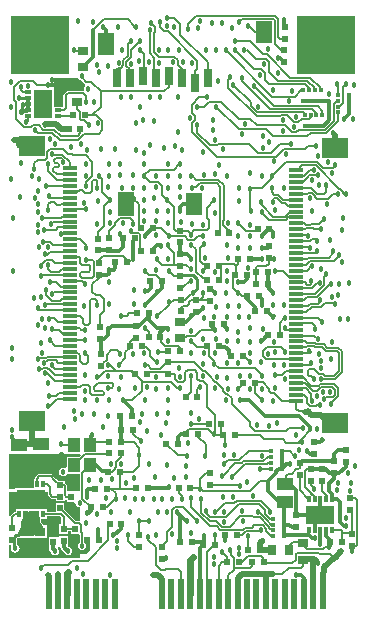
<source format=gbl>
G04 Layer_Physical_Order=8*
G04 Layer_Color=16711680*
%FSLAX25Y25*%
%MOIN*%
G70*
G01*
G75*
%ADD10C,0.00500*%
%ADD11C,0.01000*%
%ADD12R,0.01969X0.02362*%
%ADD13R,0.02362X0.01969*%
%ADD14R,0.03150X0.03543*%
%ADD15R,0.03543X0.03150*%
%ADD21R,0.01378X0.01378*%
%ADD22R,0.01378X0.01378*%
%ADD25R,0.02362X0.09843*%
%ADD30C,0.00600*%
%ADD31C,0.00800*%
%ADD32C,0.01200*%
%ADD33C,0.02000*%
%ADD34R,0.19685X0.19685*%
%ADD35C,0.01800*%
%ADD37R,0.02165X0.01378*%
%ADD38R,0.06378X0.09646*%
%ADD39R,0.05512X0.04331*%
%ADD40R,0.05512X0.07480*%
%ADD41R,0.05276X0.07874*%
%ADD42R,0.05510X0.07480*%
%ADD43R,0.03150X0.05906*%
%ADD44R,0.03937X0.04528*%
%ADD45R,0.09646X0.06378*%
%ADD46R,0.01378X0.02165*%
%ADD47R,0.05118X0.01181*%
%ADD48R,0.08661X0.07087*%
%ADD49C,0.02400*%
G36*
X13935Y-161300D02*
X13994Y-161593D01*
X14159Y-161841D01*
X14959Y-162641D01*
X15207Y-162806D01*
X15500Y-162865D01*
X16616D01*
Y-163813D01*
X19584D01*
Y-163466D01*
X20071Y-163169D01*
X20316Y-163311D01*
Y-163813D01*
X22875D01*
X23193Y-164199D01*
X23173Y-164300D01*
X23281Y-164846D01*
X23591Y-165309D01*
X24054Y-165619D01*
X24600Y-165727D01*
X24803Y-165894D01*
Y-169843D01*
X24353Y-170236D01*
X23349D01*
X19584Y-166471D01*
Y-164387D01*
X16616D01*
Y-167185D01*
X13626D01*
Y-166376D01*
X9191D01*
X9163Y-166358D01*
X8500Y-166226D01*
X7837Y-166358D01*
X7809Y-166376D01*
X3374D01*
Y-167194D01*
X3041D01*
X2748Y-167253D01*
X2500Y-167418D01*
X1659Y-168259D01*
X1514Y-168477D01*
X1477Y-168483D01*
X1014Y-168226D01*
Y-160531D01*
X13935D01*
Y-161300D01*
D02*
G37*
G36*
X18535Y-169283D02*
Y-169600D01*
X18535Y-169600D01*
Y-171150D01*
X17816D01*
Y-174513D01*
X20784D01*
Y-173596D01*
X21616D01*
Y-174513D01*
X24584D01*
X24635Y-174992D01*
Y-177499D01*
X24391Y-177663D01*
X24081Y-178126D01*
X23973Y-178672D01*
X24081Y-179219D01*
X24391Y-179682D01*
X24803Y-179957D01*
Y-182662D01*
X22173D01*
X22096Y-182677D01*
X1014D01*
Y-178250D01*
X1680D01*
Y-178900D01*
X1758Y-179290D01*
X1786Y-179332D01*
X1773Y-179400D01*
X1881Y-179946D01*
X2191Y-180409D01*
X2654Y-180719D01*
X3200Y-180827D01*
X3746Y-180719D01*
X4209Y-180409D01*
X4519Y-179946D01*
X4627Y-179400D01*
X4519Y-178854D01*
X4209Y-178391D01*
X3746Y-178081D01*
X3720Y-178076D01*
Y-176069D01*
X3856Y-175932D01*
X4584D01*
X4974Y-175855D01*
X5028Y-175819D01*
X8572D01*
Y-175819D01*
X8628Y-175810D01*
X9128Y-175819D01*
Y-175819D01*
X13672D01*
Y-171669D01*
X12783D01*
X12481Y-171219D01*
X11841Y-170578D01*
X11877Y-170395D01*
Y-169542D01*
X13626D01*
Y-168715D01*
X17967D01*
X18535Y-169283D01*
D02*
G37*
G36*
X24391Y-22909D02*
X24854Y-23219D01*
X24938Y-23235D01*
X26151Y-24449D01*
X26351Y-24582D01*
X26447Y-24933D01*
X26446Y-25157D01*
X26181Y-25554D01*
X26073Y-26100D01*
X26151Y-26495D01*
X25857Y-26892D01*
X25800Y-26935D01*
X20700D01*
X20407Y-26994D01*
X20159Y-27159D01*
X19459Y-27859D01*
X19294Y-28107D01*
X19235Y-28400D01*
Y-31660D01*
X19042Y-32079D01*
X16089D01*
Y-25977D01*
X16000D01*
Y-22741D01*
X16100Y-22700D01*
X24251D01*
X24391Y-22909D01*
D02*
G37*
G36*
X25008Y-148300D02*
X24425Y-148883D01*
X20274D01*
Y-152332D01*
X19774Y-152600D01*
X19746Y-152581D01*
X19200Y-152473D01*
X18654Y-152581D01*
X18191Y-152891D01*
X17881Y-153354D01*
X17773Y-153900D01*
X17881Y-154446D01*
X18191Y-154909D01*
X18654Y-155219D01*
X19200Y-155327D01*
X19746Y-155219D01*
X20209Y-154909D01*
X20519Y-154446D01*
X20526Y-154410D01*
X24685D01*
Y-160200D01*
X20499D01*
Y-158734D01*
X20441Y-158442D01*
X20275Y-158194D01*
X19941Y-157859D01*
X19713Y-157707D01*
Y-156916D01*
X17564D01*
X16921Y-156273D01*
X16791Y-156078D01*
X15572Y-154859D01*
X15324Y-154693D01*
X15032Y-154635D01*
X11000D01*
X10707Y-154693D01*
X10459Y-154859D01*
X9759Y-155559D01*
X9594Y-155807D01*
X9535Y-156100D01*
Y-156258D01*
X9279D01*
Y-159211D01*
X3177D01*
Y-159716D01*
X1014D01*
Y-147800D01*
X24800D01*
X25008Y-148300D01*
D02*
G37*
%LPC*%
G36*
X20784Y-175087D02*
X17816D01*
Y-175422D01*
X17384Y-175587D01*
X17316Y-175587D01*
X14416D01*
Y-178950D01*
X14479D01*
Y-179500D01*
X14479Y-179500D01*
X14564Y-179929D01*
X14807Y-180293D01*
X15012Y-180498D01*
X15081Y-180846D01*
X15391Y-181309D01*
X15854Y-181619D01*
X16400Y-181727D01*
X16946Y-181619D01*
X17409Y-181309D01*
X17719Y-180846D01*
X17827Y-180300D01*
X17719Y-179754D01*
X17487Y-179407D01*
X17394Y-178993D01*
X17685Y-178575D01*
X18149Y-178771D01*
X18178Y-178900D01*
X18264Y-179329D01*
X18507Y-179693D01*
X19524Y-180710D01*
X19791Y-181109D01*
X20254Y-181419D01*
X20800Y-181527D01*
X21346Y-181419D01*
X21809Y-181109D01*
X22119Y-180646D01*
X22227Y-180100D01*
X22119Y-179554D01*
X21809Y-179091D01*
X21346Y-178781D01*
X21162Y-178745D01*
X20793Y-178456D01*
X20784Y-178198D01*
Y-175087D01*
D02*
G37*
%LPD*%
D10*
X94774Y-98794D02*
G03*
X94566Y-98819I0J-890D01*
G01*
X47168Y-120575D02*
X53475D01*
X98000Y-151000D02*
X98769Y-150232D01*
X98000Y-151000D02*
Y-150932D01*
X112169Y-174400D02*
Y-173568D01*
Y-177400D02*
Y-174400D01*
X112268Y-174300D01*
X111759Y-173159D02*
X112169Y-173568D01*
X115300Y-174531D02*
Y-167500D01*
X108837Y-173159D02*
X111759D01*
X112268Y-174300D02*
X115000D01*
X88468Y-171416D02*
X89228D01*
X87002Y-169950D02*
X88468Y-171416D01*
X87889Y-172575D02*
Y-172342D01*
X84598Y-169050D02*
X87889Y-172342D01*
X82600Y-169050D02*
X84598D01*
X86450Y-167983D02*
X87950Y-169484D01*
X89192D02*
X89228Y-169447D01*
X87950Y-169484D02*
X89192D01*
X77855Y-164500D02*
X84281D01*
X86450Y-166669D01*
X86889Y-173723D02*
Y-172756D01*
X85633Y-171500D02*
X86889Y-172756D01*
X82900Y-171500D02*
X85633D01*
X86889Y-173723D02*
X88366Y-175200D01*
X84452Y-167400D02*
X85450Y-168398D01*
X84200Y-167400D02*
X84628D01*
X84200D02*
X84452D01*
X106700Y-58500D02*
X107000Y-58800D01*
X101867Y-59220D02*
X103900Y-61252D01*
X106800Y-59000D02*
X107000Y-58800D01*
X106800Y-60600D02*
Y-59000D01*
X106148Y-61252D02*
X106800Y-60600D01*
X103900Y-61252D02*
X106148D01*
X109114Y-61300D02*
X110800D01*
X107514Y-62900D02*
X109114Y-61300D01*
X103800Y-62900D02*
X107514D01*
X106700Y-58500D02*
Y-58400D01*
X106600D02*
X106700Y-58500D01*
X103050Y-62150D02*
X103800Y-62900D01*
X103050Y-62150D02*
Y-61817D01*
X102084Y-60850D02*
X103050Y-61817D01*
X100716Y-60850D02*
X102084D01*
X96902Y-59220D02*
X101867D01*
X100378Y-61188D02*
X100716Y-60850D01*
X26400Y-109400D02*
X26500Y-109500D01*
X25999Y-109801D02*
X26400Y-109400D01*
X26500Y-109800D02*
Y-109500D01*
X21398Y-109801D02*
X25999D01*
X14700Y-109900D02*
X16569Y-111769D01*
X21398D01*
X98000Y-152437D02*
Y-151000D01*
X93311Y-157137D02*
Y-155300D01*
X94111Y-154500D01*
X95284D01*
X96746Y-153037D01*
X97400D01*
X98000Y-152437D01*
X88400Y-150784D02*
X88428D01*
X88450Y-47450D02*
X91400Y-44500D01*
X95100D01*
X70884Y-44550D02*
X81150D01*
X68064Y-44950D02*
X70483D01*
X70884Y-44550D01*
X63900Y-40786D02*
X68064Y-44950D01*
X63900Y-40786D02*
Y-38100D01*
X62250Y-40550D02*
X70450Y-48750D01*
X90216D01*
X44822Y-80100D02*
Y-74768D01*
Y-80100D02*
X45232D01*
X44287Y-74234D02*
X44822Y-74768D01*
X42434Y-74234D02*
X44287D01*
X41900Y-73700D02*
X42434Y-74234D01*
X102466Y-194694D02*
Y-191066D01*
X83548Y-16150D02*
X86783D01*
X80498Y-13100D02*
X83548Y-16150D01*
X75083Y-181617D02*
X75937Y-182472D01*
X74700Y-179900D02*
X75083Y-180283D01*
X74600Y-179800D02*
X74700Y-179900D01*
X75083Y-181617D02*
Y-180283D01*
X14100Y-86100D02*
Y-84900D01*
X21398Y-82242D02*
X24542D01*
X24600Y-82300D01*
X24800Y-84400D02*
Y-82500D01*
X25300Y-84900D02*
X27700D01*
X23000Y-82400D02*
X23100Y-82300D01*
X24600D01*
X24800Y-82500D01*
Y-84400D02*
X25300Y-84900D01*
X27700D02*
X28100Y-85300D01*
Y-86700D02*
Y-85300D01*
X27700Y-87100D02*
X28100Y-86700D01*
X25300Y-87100D02*
X27700D01*
X24900Y-87500D02*
X25300Y-87100D01*
X24900Y-88500D02*
Y-87500D01*
Y-88500D02*
X25500Y-89100D01*
X28700D01*
X29366Y-88434D01*
Y-83700D01*
X28766Y-83100D02*
X29366Y-83700D01*
X26700Y-83100D02*
X28766D01*
X96902Y-122212D02*
X99040D01*
X96902Y-124180D02*
X99594D01*
X103550Y-131950D02*
X104200Y-131300D01*
X16350Y-50750D02*
X17250D01*
X14617Y-46350D02*
X19250D01*
X13650Y-47317D02*
X14617Y-46350D01*
X13650Y-49317D02*
Y-47317D01*
X16700Y-49100D02*
X18500D01*
X16000Y-49800D02*
X16700Y-49100D01*
X16000Y-50400D02*
Y-49800D01*
Y-50400D02*
X16350Y-50750D01*
X17250D02*
X17600Y-51100D01*
Y-51800D02*
Y-51100D01*
X17300Y-52100D02*
X17600Y-51800D01*
X16500Y-52100D02*
X17300D01*
X15900Y-52700D02*
X16500Y-52100D01*
X15900Y-53500D02*
Y-52700D01*
X15500Y-48100D02*
X18914D01*
X15400Y-48000D02*
X15500Y-48100D01*
X18914D02*
X21398Y-50583D01*
X18500Y-49100D02*
X19000Y-49600D01*
X21398Y-52714D02*
Y-50583D01*
X19000Y-50600D02*
Y-49600D01*
Y-50600D02*
X19100Y-50700D01*
X20700Y-47800D02*
X22000D01*
X19250Y-46350D02*
X20700Y-47800D01*
X15900Y-53500D02*
X17083Y-54683D01*
X21398D01*
X22700Y-66400D02*
X26600D01*
X18200Y-64900D02*
X18600Y-64500D01*
X17100Y-64900D02*
X18200D01*
X16000Y-63800D02*
X17100Y-64900D01*
X18600Y-64500D02*
X21200D01*
X15100Y-63800D02*
X16000D01*
X14200Y-64700D02*
X15100Y-63800D01*
X14200Y-66600D02*
Y-64700D01*
X26350Y-60750D02*
X28150D01*
X25500Y-59900D02*
X26350Y-60750D01*
X24600Y-59900D02*
X25500D01*
X23912Y-60588D02*
X24600Y-59900D01*
X21398Y-60588D02*
X23912D01*
X29200Y-56700D02*
X30100D01*
X28700Y-57200D02*
X29200Y-56700D01*
X28700Y-60200D02*
Y-57200D01*
X28800Y-55386D02*
Y-50500D01*
X26900Y-57286D02*
X28800Y-55386D01*
X30100Y-56700D02*
X30400Y-57000D01*
X26900Y-58800D02*
Y-57286D01*
X30400Y-59100D02*
Y-57000D01*
X28150Y-60750D02*
X28700Y-60200D01*
X26650Y-48350D02*
X28800Y-50500D01*
X22550Y-48350D02*
X26650D01*
X22000Y-47800D02*
X22550Y-48350D01*
X62000Y-55000D02*
X63500Y-56500D01*
X70800D02*
X72650Y-58350D01*
X64617Y-57650D02*
X70350D01*
X63500Y-56500D02*
X70800D01*
X70350Y-57650D02*
X71500Y-58800D01*
X72650Y-69816D02*
Y-58350D01*
X71522Y-69530D02*
Y-65122D01*
X71350Y-69702D02*
X71522Y-69530D01*
X71350Y-71898D02*
Y-69702D01*
X72350Y-71483D02*
X73317Y-72450D01*
X72350Y-71483D02*
Y-70117D01*
X72650Y-69816D01*
X77400Y-70900D02*
X77585D01*
X73417Y-72450D02*
X74700Y-73734D01*
X73317Y-72450D02*
X73417D01*
X71350Y-71898D02*
X71450Y-71998D01*
Y-73350D02*
Y-71998D01*
X63999Y-75134D02*
X65592D01*
X63266Y-59000D02*
X64617Y-57650D01*
X71522Y-65122D02*
Y-58800D01*
X61900Y-55100D02*
X62000Y-55000D01*
Y-59167D02*
Y-59100D01*
X71500Y-65100D02*
X71522Y-65122D01*
X80169Y-73484D02*
X83247D01*
X50409Y-83209D02*
Y-83008D01*
X41100Y-84000D02*
X42300Y-82800D01*
X92500Y-63200D02*
X95500D01*
X90900Y-61600D02*
X92500Y-63200D01*
X93200Y-64200D02*
X94125Y-65125D01*
X92086Y-64200D02*
X93200D01*
X90486Y-62600D02*
X92086Y-64200D01*
X89180Y-64064D02*
Y-63020D01*
X96902Y-61188D02*
X100378D01*
X101200Y-55000D02*
X104200D01*
X101400Y-53300D02*
X102600D01*
X103283Y-51650D02*
X111183Y-59550D01*
X98838Y-51650D02*
X103283D01*
X89500Y-61600D02*
X90900D01*
X88600Y-60700D02*
X89500Y-61600D01*
X77585Y-70900D02*
X80169Y-73484D01*
X88600Y-60700D02*
Y-59300D01*
X85900Y-68014D02*
X87686Y-69800D01*
X85300Y-64951D02*
X89149Y-68800D01*
X61900Y-78100D02*
X63450Y-79650D01*
Y-87137D02*
Y-79650D01*
X61800Y-82800D02*
Y-82600D01*
X46472Y-86945D02*
X47676Y-88150D01*
X50500Y-102037D02*
Y-101900D01*
X42500Y-71100D02*
Y-70200D01*
X41487Y-69187D02*
X42500Y-70200D01*
Y-62800D02*
X44350Y-64650D01*
X31000Y-83300D02*
X32400Y-81900D01*
X47676Y-88150D02*
X50050D01*
X23500Y-78400D02*
Y-78300D01*
X70969Y-85300D02*
X71100D01*
X76631Y-85268D02*
X77332Y-84569D01*
X71100Y-85100D02*
X71500Y-84700D01*
X76100D01*
X10757Y-99252D02*
X11464Y-99958D01*
X11150Y-115850D02*
X13350D01*
X12517Y-119150D02*
X13917D01*
X12167Y-119500D02*
X12517Y-119150D01*
X13650Y-115550D02*
X16398D01*
X13350Y-115850D02*
X13650Y-115550D01*
X13917Y-119150D02*
X14617Y-119850D01*
X11200Y-119500D02*
X12167D01*
X13914Y-116700D02*
X14467D01*
X13614Y-117000D02*
X13914Y-116700D01*
X13500Y-117000D02*
X13614D01*
X14400Y-102700D02*
X16100D01*
X17295Y-103895D01*
X21398D01*
X15267Y-96800D02*
X18200D01*
X13450Y-94984D02*
X15267Y-96800D01*
X12900Y-98100D02*
X13000D01*
X13400Y-94766D02*
Y-93300D01*
Y-94766D02*
X13450Y-94816D01*
Y-94984D02*
Y-94816D01*
X14750Y-119850D02*
X16500Y-121600D01*
X14617Y-119850D02*
X14750D01*
X11100Y-119600D02*
X11200D01*
X16500Y-121600D02*
X18076D01*
X15300Y-118500D02*
Y-118200D01*
X18200Y-96800D02*
X19000Y-96000D01*
X14617Y-116550D02*
X15983D01*
X14467Y-116700D02*
X14617Y-116550D01*
X54200Y-106800D02*
Y-106200D01*
X65000Y-106700D02*
X69800D01*
X63250Y-108450D02*
X65000Y-106700D01*
X18550Y-69150D02*
X19200Y-68500D01*
X12550Y-69150D02*
X18550D01*
X17400Y-72300D02*
X21300D01*
X16600Y-73100D02*
X17400Y-72300D01*
X12900Y-73100D02*
X16600D01*
X21700Y-105900D02*
X24600D01*
X25200Y-106500D01*
X31300Y-101734D02*
X32700Y-100333D01*
X31300Y-105731D02*
Y-101734D01*
X17750Y-106650D02*
X19000Y-107900D01*
X15450Y-106650D02*
X17750D01*
X35265Y-113250D02*
X37050D01*
X16548Y-115700D02*
X21100D01*
X16133Y-116700D02*
X16600D01*
X15983Y-116550D02*
X16133Y-116700D01*
X16600D02*
X17575Y-117675D01*
X16398Y-115550D02*
X16548Y-115700D01*
X15300Y-118500D02*
X16443Y-119643D01*
X71874Y-30474D02*
X77650Y-36250D01*
X67800Y-121733D02*
Y-121567D01*
Y-121733D02*
X69867Y-123800D01*
X66584Y-120350D02*
X67800Y-121567D01*
X65719Y-120350D02*
X66584D01*
X62600Y-117232D02*
X65719Y-120350D01*
X17575Y-117675D02*
X21398D01*
X19000Y-107900D02*
X19900D01*
X13200Y-81400D02*
X13700D01*
X11900Y-85200D02*
Y-84866D01*
X13517Y-83250D01*
X14750Y-80550D02*
X21121D01*
X13800Y-81500D02*
X14750Y-80550D01*
X15838Y-78305D02*
X21398D01*
X14633Y-77100D02*
X15838Y-78305D01*
X12600Y-77100D02*
X14633D01*
X21398Y-70431D02*
Y-70250D01*
X22600Y-66500D02*
X22700Y-66400D01*
X71000Y-85500D02*
X71800Y-86300D01*
Y-89169D02*
Y-86300D01*
X63450Y-87137D02*
X65713Y-89400D01*
X71000Y-85500D02*
Y-85400D01*
X70969Y-90000D02*
X71800Y-89169D01*
X77600Y-94300D02*
X78600Y-95300D01*
X75600Y-89000D02*
X76300Y-88300D01*
X75600Y-92500D02*
Y-89000D01*
Y-92500D02*
X77500Y-94400D01*
X77400Y-90700D02*
X77500D01*
X76631Y-85268D02*
Y-85232D01*
Y-88200D02*
Y-85268D01*
X76100Y-84700D02*
X76631Y-85232D01*
X80584Y-88216D02*
X80600Y-88200D01*
X100617Y-80950D02*
X102950D01*
X103800Y-80100D01*
X100540Y-80873D02*
X100617Y-80950D01*
X70200Y-32100D02*
X77750Y-39650D01*
X86900D01*
X89200Y-41950D01*
X84050Y-47450D02*
X88450D01*
X81150Y-44550D02*
X84050Y-47450D01*
X90216Y-48750D02*
X92817Y-46150D01*
X99750D01*
X67860Y-30474D02*
X71874D01*
X40369Y-84000D02*
X41100D01*
X39200Y-81900D02*
X40369Y-83069D01*
Y-84000D02*
Y-83069D01*
X11900Y-88700D02*
X12453Y-88147D01*
X21398D01*
X14700Y-90600D02*
X16900D01*
X21100Y-115706D02*
X21398D01*
X16443Y-119643D02*
X21398D01*
X18076Y-121600D02*
X18088Y-121612D01*
X37050Y-113250D02*
X38300Y-114500D01*
X93500Y-140200D02*
X94300Y-139400D01*
X83169Y-127469D02*
Y-124100D01*
Y-127469D02*
X85500Y-129800D01*
X69500Y-117877D02*
Y-117000D01*
X67900Y-115400D02*
Y-112768D01*
Y-115400D02*
X69500Y-117000D01*
X78969Y-115400D02*
X79300D01*
X69867Y-123800D02*
X70034D01*
X72550Y-126317D01*
Y-126783D02*
Y-126317D01*
Y-126783D02*
X73516Y-127750D01*
X73750D01*
X75300Y-129300D01*
X79232Y-124568D02*
Y-124100D01*
X77400Y-126400D02*
X79232Y-124568D01*
X100516Y-112050D02*
X102802D01*
X100197Y-112369D02*
X100516Y-112050D01*
X96902Y-112369D02*
X100197D01*
X69800Y-106700D02*
X69900Y-106800D01*
X102600Y-123200D02*
X102700Y-123100D01*
X104127Y-102527D02*
X105500Y-103900D01*
X96902Y-102527D02*
X104127D01*
X98100Y-104500D02*
X98400Y-104200D01*
X99900Y-157567D02*
Y-155384D01*
X72100Y-184000D02*
X73831D01*
X70970Y-185130D02*
X72100Y-184000D01*
X70970Y-194694D02*
Y-185130D01*
X34150Y-176603D02*
Y-171581D01*
X27327Y-183426D02*
X34150Y-176603D01*
X58832Y-92668D02*
X61600Y-89900D01*
X65600Y-95600D02*
Y-94300D01*
X94125Y-65125D02*
X96902D01*
X85300Y-64951D02*
Y-63900D01*
X85900Y-68014D02*
Y-67900D01*
X85200Y-67200D02*
X85900Y-67900D01*
X99003Y-57251D02*
X100727Y-55527D01*
X100700Y-55500D02*
X101200Y-55000D01*
X96902Y-57251D02*
X99003D01*
X100900Y-53800D02*
X101400Y-53300D01*
X100886Y-53800D02*
X100900D01*
X99886Y-54800D02*
X100886Y-53800D01*
X99403Y-55283D02*
X99886Y-54800D01*
X96902Y-55283D02*
X99403D01*
X97038Y-53450D02*
X98838Y-51650D01*
X112450Y-60817D02*
X112833Y-61200D01*
X112450Y-60817D02*
Y-60517D01*
X111483Y-59550D02*
X112450Y-60517D01*
X111183Y-59550D02*
X111483D01*
X112833Y-61200D02*
X113400D01*
X28267Y-165600D02*
X28600D01*
X25450Y-162783D02*
X28267Y-165600D01*
X25450Y-162783D02*
Y-154254D01*
X28058Y-151646D01*
X101900Y-156769D02*
X102269D01*
X101913Y-161300D02*
X102931Y-162319D01*
X63850Y-19550D02*
Y-16817D01*
X51300Y-5433D02*
Y-3900D01*
Y-5433D02*
X52917Y-7050D01*
X54084D01*
X63850Y-16817D01*
X48500Y-4214D02*
Y-4200D01*
X53900Y-2600D02*
X56100D01*
X44700Y-13100D02*
X46050Y-14450D01*
Y-21420D02*
Y-14450D01*
X45660Y-21810D02*
X46050Y-21420D01*
X48100Y-14300D02*
X49550Y-15750D01*
Y-22160D02*
Y-15750D01*
X51167Y-15600D02*
X55100D01*
X49350Y-13783D02*
X51167Y-15600D01*
X48100Y-14300D02*
Y-6500D01*
X74734Y-172166D02*
X78250Y-168650D01*
X82200D01*
X82600Y-169050D01*
X85000Y-163500D02*
X88400Y-166900D01*
X77036Y-163500D02*
X85000D01*
X73568Y-168788D02*
X77855Y-164500D01*
X70418Y-168788D02*
X73568D01*
X76159Y-164377D02*
X77036Y-163500D01*
X72923Y-164377D02*
X76159D01*
X70100Y-167200D02*
X72923Y-164377D01*
X79702Y-172450D02*
X81950D01*
X78987Y-173166D02*
X79702Y-172450D01*
X80116Y-173450D02*
X84950D01*
X78767Y-174800D02*
X80116Y-173450D01*
X38568Y-171100D02*
Y-171100D01*
X38600Y-172200D02*
Y-171100D01*
X19200Y-68500D02*
X21100D01*
X24636Y-76336D02*
X26700Y-78400D01*
X21398Y-76336D02*
X24636D01*
X22700Y-78300D02*
X23500D01*
X13400Y-93300D02*
Y-93200D01*
X13700Y-81400D02*
X13800Y-81500D01*
X21121Y-80550D02*
X21398Y-80273D01*
X14500Y-62000D02*
X15057Y-62557D01*
X21398D01*
X14000Y-53600D02*
Y-51300D01*
X13183Y-49783D02*
X13650Y-49317D01*
X10617Y-49783D02*
X13183D01*
X19000Y-96000D02*
X20800D01*
X18400Y-92100D02*
X20100D01*
X16900Y-90600D02*
X18400Y-92100D01*
X40250Y-17117D02*
X41800Y-15567D01*
X40250Y-18483D02*
Y-17117D01*
X18088Y-121612D02*
X21398D01*
X27400Y-124800D02*
X28200Y-125600D01*
X25400Y-124800D02*
X27400D01*
X24651Y-125549D02*
X25400Y-124800D01*
X49169Y-80100D02*
X49400D01*
X62683Y-76450D02*
X63999Y-75134D01*
X60917Y-76450D02*
X62683D01*
X59729Y-75263D02*
X60917Y-76450D01*
X54463Y-75263D02*
X59729D01*
X55100Y-15592D02*
X56225D01*
X58700Y-20300D02*
Y-19433D01*
X57350Y-18083D02*
X58700Y-19433D01*
X57350Y-18083D02*
Y-16717D01*
X56225Y-15592D02*
X57350Y-16717D01*
X17459Y-24900D02*
X18900D01*
X22800Y-13400D02*
X22900D01*
X27500Y-38200D02*
X27600Y-38100D01*
X26034Y-36534D02*
X27600Y-38100D01*
X30134Y-34900D02*
X32250Y-37017D01*
X101533Y-76800D02*
X102017Y-76317D01*
X103317D02*
X103800Y-76800D01*
X102017Y-76317D02*
X103317D01*
X96902Y-80873D02*
X100540D01*
X81300Y-117600D02*
Y-117500D01*
X65713Y-89400D02*
X67100D01*
X75300Y-131100D02*
X81400Y-137200D01*
X69500Y-117900D02*
X69505D01*
X67132Y-112000D02*
X67900Y-112768D01*
X53475Y-120575D02*
X54000Y-121100D01*
X47168Y-121400D02*
Y-120575D01*
X41500Y-112500D02*
Y-112300D01*
X41431Y-112500D02*
Y-110568D01*
X28058Y-142043D02*
X28800Y-141300D01*
X38500Y-148909D02*
Y-147500D01*
X36800Y-150609D02*
X38500Y-148909D01*
X36800Y-152084D02*
Y-150609D01*
X36337Y-152547D02*
X36800Y-152084D01*
X36337Y-152818D02*
Y-152547D01*
X35356Y-153800D02*
X36337Y-152818D01*
X22742Y-151646D02*
X26522Y-147867D01*
X34233D01*
X12700Y-185000D02*
X20600D01*
X22173Y-183426D01*
X27327D01*
X11900Y-185800D02*
X12700Y-185000D01*
X66822Y-167622D02*
X67550Y-168350D01*
X67950Y-168850D02*
X70356D01*
X67500Y-168400D02*
X67950Y-168850D01*
X70356D02*
X70418Y-168788D01*
X65172Y-167572D02*
X68000Y-170400D01*
X61900Y-165714D02*
X68207Y-172022D01*
X65172Y-167572D02*
Y-162928D01*
X68000Y-170400D02*
X70200D01*
X61900Y-165714D02*
Y-162700D01*
X68207Y-172022D02*
X70300D01*
X71466Y-173166D02*
X78987D01*
X70200Y-170400D02*
X71966Y-172166D01*
X74734D01*
X70300Y-172000D02*
X71466Y-173166D01*
X69750Y-177950D02*
X69800Y-177900D01*
X74119Y-188281D02*
X75937Y-186463D01*
X74119Y-194694D02*
Y-188281D01*
X80700Y-181900D02*
X85100D01*
X77800Y-183800D02*
X78800D01*
X80700Y-181900D01*
X75937Y-185850D02*
X81450D01*
X82100Y-185200D01*
Y-183800D01*
X99650Y-133550D02*
X99700Y-133600D01*
X83247Y-73484D02*
X83931Y-72800D01*
X85277Y-83008D02*
X85592D01*
X83900Y-85400D02*
X86900D01*
X83300Y-86000D02*
X83900Y-85400D01*
X102300Y-72600D02*
X102600Y-72900D01*
X100000Y-72600D02*
X102300D01*
X100600Y-45300D02*
X103300D01*
X99750Y-46150D02*
X100600Y-45300D01*
X92984Y-38350D02*
X95284Y-40650D01*
X91616Y-35050D02*
X93916D01*
X96216Y-37350D01*
X95284Y-40650D02*
X96883D01*
X96216Y-37350D02*
X97584D01*
X96883Y-40650D02*
X97723Y-39811D01*
X83716Y-34050D02*
X99050D01*
X88217Y-33050D02*
X102035D01*
X95234Y-28800D02*
X96300D01*
X95183Y-28750D02*
X95234Y-28800D01*
X88686Y-28750D02*
X95183D01*
X87700Y-24500D02*
X99700D01*
X91267Y-35400D02*
X91616Y-35050D01*
X83652Y-35400D02*
X91267D01*
X82600Y-25100D02*
X89550Y-32050D01*
X96300Y-28800D02*
X98400Y-26700D01*
X97584Y-37350D02*
X98666Y-36267D01*
X100986D01*
X99700Y-24500D02*
X101100Y-25900D01*
X99400Y-34700D02*
Y-34400D01*
Y-34800D02*
Y-34700D01*
X99600Y-34900D01*
X99050Y-34050D02*
X99400Y-34400D01*
X81600Y-31933D02*
X83716Y-34050D01*
X78900Y-23733D02*
X88217Y-33050D01*
X102035D02*
X103600Y-34615D01*
X74250Y-25998D02*
X83652Y-35400D01*
X74250Y-25998D02*
Y-23050D01*
X75900Y-24800D02*
X81600Y-30500D01*
Y-31933D02*
Y-30500D01*
X98400Y-26700D02*
X99000D01*
X73293Y-13357D02*
X88686Y-28750D01*
X76400Y-13200D02*
X82850Y-19650D01*
X85084D02*
X86450Y-21017D01*
X82850Y-19650D02*
X85084D01*
X73293Y-13357D02*
Y-13295D01*
X86783Y-16150D02*
X87898Y-17265D01*
Y-20500D02*
Y-17265D01*
X101000Y-26800D02*
X101016D01*
X101100Y-26700D02*
Y-25900D01*
X102984Y-26728D02*
Y-26019D01*
X85734Y-14650D02*
X86950D01*
X81263Y-10179D02*
X85734Y-14650D01*
X76500Y-10179D02*
X81263D01*
X100686Y-26389D02*
X101005D01*
X105553Y-34928D02*
Y-34219D01*
X103600Y-34900D02*
Y-34615D01*
X74250Y-23050D02*
X74800Y-22500D01*
X101500Y-34928D02*
Y-34900D01*
X100986Y-36267D02*
X101616Y-35638D01*
Y-34928D01*
X16250Y-156683D02*
Y-156618D01*
X15032Y-155400D02*
X16250Y-156618D01*
Y-156683D02*
X17967Y-158400D01*
X18032D01*
X27200Y-167900D02*
Y-167700D01*
X20700Y-157200D02*
Y-157166D01*
X19734Y-161634D02*
Y-158734D01*
X19400Y-158400D02*
X19734Y-158734D01*
X18032Y-158400D02*
X19400D01*
X23100Y-178900D02*
X23100Y-178900D01*
X54400Y-98000D02*
Y-97300D01*
X43731Y-101000D02*
X44450Y-100282D01*
X25416Y-90116D02*
X26200Y-90900D01*
X61600Y-138000D02*
X67831D01*
X85450Y-168398D02*
X87002Y-169950D01*
X88100Y-167300D02*
Y-167200D01*
X113500Y-24700D02*
Y-24600D01*
X100852Y-162800D02*
X101000D01*
X102931Y-163041D02*
Y-162319D01*
X89235Y-2940D02*
X89616Y-3321D01*
X52900Y-114000D02*
X53200Y-113700D01*
X88366Y-175200D02*
X89200D01*
X87889Y-172575D02*
X88699Y-173384D01*
X21398Y-90116D02*
X25416D01*
X23300Y-80100D02*
X23500Y-80300D01*
X13500Y-58600D02*
X13520Y-58620D01*
X21398D01*
X100900Y-75100D02*
X101032Y-74968D01*
X78900Y-22700D02*
Y-22600D01*
Y-23733D02*
Y-22700D01*
X20734Y-157166D02*
X21969Y-158400D01*
X12437Y-167959D02*
X12446Y-167950D01*
X57631Y-160831D02*
X58600Y-161800D01*
X57631Y-160831D02*
Y-159400D01*
X62250Y-40550D02*
Y-37417D01*
X63017Y-36650D01*
Y-35283D01*
X62100Y-34366D02*
X63017Y-35283D01*
X62100Y-34366D02*
Y-31467D01*
X64566Y-29000D01*
X67000D01*
X66233Y-32100D02*
X67860Y-30474D01*
X64000Y-32100D02*
X66233D01*
X90616Y-8816D02*
Y-2906D01*
X89616Y-11316D02*
Y-3321D01*
X91369Y-9568D02*
X93000D01*
X90616Y-8816D02*
X91300Y-9500D01*
X10300Y-156100D02*
X11000Y-155400D01*
X19300Y-172831D02*
Y-169600D01*
X19734Y-161634D02*
X20232Y-162132D01*
X21800D01*
X49550Y-22160D02*
X49990Y-22600D01*
X112500Y-25700D02*
X113500Y-24700D01*
X112500Y-30741D02*
Y-25700D01*
X111157Y-32084D02*
X112500Y-30741D01*
X110828Y-32084D02*
X111157D01*
X64000Y-142100D02*
X66600Y-144700D01*
Y-148200D02*
Y-144700D01*
X60582Y-148495D02*
X60600Y-148477D01*
X65172Y-162928D02*
X65200Y-162900D01*
X88281Y-152900D02*
X88428Y-152753D01*
X78600Y-150986D02*
X79236Y-150350D01*
X76514Y-150986D02*
X78600D01*
X74114Y-149986D02*
X77822D01*
X72300Y-155200D02*
X76514Y-150986D01*
X59931Y-128900D02*
X61600Y-127232D01*
X63868Y-128900D02*
Y-126331D01*
X64900Y-156200D02*
X66700Y-154400D01*
X68100D01*
X55350Y-166705D02*
X56531Y-165524D01*
X58924D01*
X110500Y-30116D02*
X110828D01*
X114400Y-28000D02*
X114500D01*
X109450Y-31165D02*
X110500Y-30116D01*
X91632Y-13331D02*
X92900D01*
X89616Y-11316D02*
X91632Y-13331D01*
X55968Y-96431D02*
X58300D01*
X59668D01*
X61600Y-94500D01*
X55350Y-172267D02*
Y-166705D01*
X28058Y-144954D02*
Y-142043D01*
X34233Y-147867D02*
X34400Y-147700D01*
X29300Y-143900D02*
X34431D01*
X58200Y-77600D02*
X58300Y-77500D01*
X20700Y-157166D02*
X20734D01*
X54400Y-98000D02*
X55968Y-96431D01*
X28100Y-145100D02*
X29300Y-143900D01*
X72700Y-151400D02*
X74114Y-149986D01*
X63868Y-126331D02*
X64600Y-125600D01*
X61600Y-127232D02*
Y-121700D01*
X75300Y-155700D02*
X79650Y-151350D01*
X66300Y-148500D02*
X66600Y-148200D01*
X34400Y-147700D02*
X34700D01*
X10300Y-157900D02*
Y-156100D01*
X17459Y-35237D02*
X17522Y-35300D01*
X17459Y-31300D02*
X17600Y-31159D01*
Y-29400D01*
X7341Y-36759D02*
Y-35237D01*
X7700Y-27400D02*
X7800Y-27300D01*
X22944Y-13444D02*
X25700D01*
X22900Y-13400D02*
X22944Y-13444D01*
X96902Y-53314D02*
X97038Y-53450D01*
X92700Y-5331D02*
X93000Y-5632D01*
X83230Y-7330D02*
X86210D01*
X80900Y-5000D02*
X83230Y-7330D01*
X6800Y-37300D02*
X7341Y-36759D01*
X4400Y-144847D02*
X4647Y-144600D01*
X4400Y-144847D02*
Y-144600D01*
X2000Y-142200D02*
X4400Y-144600D01*
X18754Y-144954D02*
X22742D01*
X26432Y-176769D02*
X26800Y-176400D01*
X23100Y-178900D02*
Y-176769D01*
X15600Y-172831D02*
Y-170300D01*
X6944Y-181344D02*
Y-178900D01*
Y-181344D02*
X7000Y-181400D01*
X15300Y-170000D02*
X15600Y-170300D01*
X14700Y-161300D02*
X15500Y-162100D01*
X17900D01*
X19732Y-164000D02*
X21800Y-166068D01*
X19331Y-176769D02*
X19400Y-176700D01*
X85500Y-83000D02*
X85500Y-83000D01*
X87269Y-91168D02*
Y-87400D01*
Y-91168D02*
X87300Y-91200D01*
X87300Y-91200D01*
X60300Y-64600D02*
X62610D01*
X58200Y-92668D02*
X58832D01*
X41431Y-110568D02*
X43000Y-109000D01*
X47631Y-109000D02*
Y-107132D01*
X46600Y-106100D02*
X47631Y-107132D01*
X38000Y-135400D02*
X38532Y-135932D01*
X78600Y-95300D02*
X80563D01*
X71768Y-140668D02*
Y-138000D01*
X57468Y-144500D02*
Y-143631D01*
X60031Y-140568D02*
X60934Y-139666D01*
X67366D01*
X68700Y-141000D01*
X69100D01*
X60031Y-141300D02*
Y-141068D01*
Y-140568D01*
X72200Y-141800D02*
X73077Y-142677D01*
X69700Y-141600D02*
X72531D01*
X71768Y-140668D02*
X72550Y-141450D01*
X73077Y-145050D02*
Y-142677D01*
X104900Y-165500D02*
X105200Y-165800D01*
X114068Y-162732D02*
X114700D01*
X108300Y-165900D02*
X108500Y-166100D01*
X58924Y-165524D02*
X63600Y-170200D01*
X53875Y-173742D02*
X55350Y-172267D01*
X52000Y-178732D02*
X53875Y-176856D01*
Y-173742D01*
X40800Y-176800D02*
X42800Y-178800D01*
X44300D01*
X12600Y-164000D02*
X19732D01*
X19300Y-169600D02*
Y-168967D01*
X32269Y-165700D02*
X33600D01*
X68200Y-158168D02*
X77469D01*
X78000Y-158700D01*
X72200Y-180700D02*
X73831Y-182332D01*
X72200Y-180700D02*
Y-180600D01*
X40800Y-176800D02*
Y-174800D01*
X18400Y-144600D02*
X18754Y-144954D01*
X11000Y-155400D02*
X15032D01*
X12437Y-157841D02*
X13741D01*
X14700Y-158800D01*
Y-161300D02*
Y-158800D01*
X89368Y-82669D02*
X89500Y-82800D01*
X75300Y-131100D02*
Y-129300D01*
X17522Y-35300D02*
X21500D01*
X22000Y-34800D01*
X23600Y-32884D02*
Y-30656D01*
Y-32884D02*
X24637Y-33921D01*
Y-36154D02*
Y-33921D01*
Y-36154D02*
X25018Y-36534D01*
X26034D01*
X5000Y-26600D02*
Y-25600D01*
Y-26600D02*
X5800Y-27400D01*
X7700D01*
X10500Y-40500D02*
X10750Y-40750D01*
X11117Y-38350D02*
X12517Y-39750D01*
X66822Y-167622D02*
Y-166787D01*
X66700Y-166800D02*
X66768Y-166732D01*
X69672Y-167200D02*
X70100D01*
X86450Y-167983D02*
Y-166669D01*
X88100Y-167200D02*
X88400Y-166900D01*
X3200Y-179400D02*
X3200Y-179400D01*
X77069Y-174800D02*
X78767D01*
X81950Y-172450D02*
X82900Y-171500D01*
X36600Y-162600D02*
Y-160900D01*
X33669Y-159500D02*
X35200D01*
X36600Y-160900D01*
X19300Y-172831D02*
X23168D01*
X61900Y-55100D02*
X62000Y-55200D01*
X87700Y-82669D02*
X89368D01*
X12446Y-167950D02*
X18283D01*
X19300Y-168967D01*
X23032Y-171000D02*
X24353D01*
X26400Y-176769D02*
X26432D01*
X26400Y-177339D02*
Y-176769D01*
Y-177339D02*
X27050Y-177989D01*
Y-179356D02*
Y-177989D01*
X26083Y-180322D02*
X27050Y-179356D01*
X24716Y-180322D02*
X26083D01*
X23750Y-179356D02*
X24716Y-180322D01*
X18100Y-166068D02*
X23032Y-171000D01*
X24353D02*
X24950Y-171597D01*
Y-173750D02*
Y-171597D01*
X25400Y-178700D02*
Y-174200D01*
X24950Y-173750D02*
X25400Y-174200D01*
X63100Y-20300D02*
X63850Y-19550D01*
X63100Y-23800D02*
Y-20300D01*
X67400Y-22400D02*
Y-17400D01*
X58100Y-8100D02*
X67400Y-17400D01*
X8950Y-23550D02*
X10300Y-24900D01*
X3350Y-36183D02*
X6117Y-38950D01*
X8416D02*
X9016Y-38350D01*
X11117D01*
X4717Y-23550D02*
X8950D01*
X6117Y-38950D02*
X8416D01*
X25800Y-27700D02*
X26800Y-28700D01*
X17700Y-33300D02*
X19400D01*
X26800Y-30600D02*
Y-28700D01*
X17459Y-33268D02*
X17700D01*
X9500Y-52800D02*
Y-50900D01*
X10617Y-49783D01*
X14000Y-53600D02*
X17100Y-56700D01*
X14000Y-51200D02*
X14050Y-51250D01*
X17100Y-56700D02*
X20600D01*
X21398Y-125549D02*
X24651D01*
X95500Y-63157D02*
X96902D01*
X89180Y-63020D02*
X89600Y-62600D01*
X90486D01*
X96902Y-65100D02*
X97000D01*
X88500Y-59200D02*
X88600D01*
X96902Y-71031D02*
X99431D01*
X100000Y-71600D01*
X98600Y-72900D02*
X99700D01*
X100000Y-72600D01*
X98500Y-73000D02*
X98600Y-72900D01*
X98400D02*
X98500Y-73000D01*
X98700Y-76800D02*
X101533D01*
X96902Y-90716D02*
X99616D01*
X102100Y-90700D02*
Y-90600D01*
X96902Y-92684D02*
X98600D01*
X96902Y-132802D02*
X97600Y-133500D01*
X99500D01*
X99600Y-133600D01*
X116400Y-162700D02*
X117000Y-163300D01*
X93000Y-157447D02*
X93311Y-157137D01*
X97916Y-151016D02*
X98000Y-150932D01*
X102931Y-170168D02*
X103000Y-170100D01*
X73831Y-184000D02*
X74500D01*
X73831D02*
Y-182332D01*
X75937Y-186463D02*
Y-185850D01*
Y-182472D01*
X85100Y-181900D02*
X85900Y-182700D01*
Y-183500D02*
X85969Y-183569D01*
X85900Y-183500D02*
Y-182700D01*
X85969Y-184000D02*
Y-183569D01*
X57400Y-186400D02*
X58400Y-187400D01*
Y-191100D02*
Y-187400D01*
Y-191100D02*
X58600Y-191300D01*
X35200Y-159500D02*
X37800D01*
X43231D02*
X43332Y-159400D01*
X43300Y-159500D02*
X43300Y-159500D01*
X43231Y-159500D02*
X43300D01*
X37800D02*
X43231D01*
X38168Y-159132D02*
Y-153800D01*
X37800Y-159500D02*
X38168Y-159132D01*
X33600Y-165700D02*
X36700Y-162600D01*
X34150Y-171581D02*
X34631Y-171100D01*
X38168Y-153800D02*
X42500D01*
X44500Y-151800D01*
Y-148300D01*
X38368Y-143900D02*
X42600D01*
X44500Y-145800D01*
Y-148200D02*
Y-145800D01*
X58300Y-100368D02*
Y-99300D01*
X59100Y-98500D01*
X60400D01*
X61000Y-97900D01*
Y-97400D01*
X61900Y-96500D01*
X63200D01*
X38250Y-114450D02*
X38300Y-114400D01*
X31000Y-84332D02*
Y-83300D01*
X86900Y-85400D02*
X87700Y-84600D01*
Y-82669D01*
X83300Y-87800D02*
Y-86000D01*
X83363Y-91200D02*
Y-87737D01*
X77332Y-84569D02*
Y-83000D01*
X64700Y-96500D02*
X65600Y-95600D01*
X63600Y-96500D02*
X64700D01*
X63300Y-96631D02*
X67900D01*
X8885Y-168035D02*
X8900Y-167959D01*
X17300Y-188000D02*
Y-187900D01*
X99700Y-133700D02*
Y-133600D01*
X4647Y-144600D02*
X5500D01*
X11600D02*
X12700D01*
X96902Y-78905D02*
X101300D01*
X101400Y-71600D02*
X101750Y-71250D01*
X104350D01*
X100000Y-71600D02*
X101400D01*
X96902Y-74968D02*
X101032D01*
X96902Y-86779D02*
X100321D01*
X102200Y-85000D02*
Y-84900D01*
X109350Y-83450D02*
X111000Y-81800D01*
X96902Y-84810D02*
X100056D01*
X109100Y-80950D02*
Y-80400D01*
X107600Y-82450D02*
X109100Y-80950D01*
X97700Y-82900D02*
X97776Y-82976D01*
X94347Y-88747D02*
X96902D01*
X90100Y-86800D02*
X92400D01*
X94347Y-88747D01*
X89966Y-86900D02*
X90100D01*
X89800Y-87100D02*
X89966D01*
X100321Y-86779D02*
X102200Y-84900D01*
X106250Y-91584D02*
Y-88450D01*
X96902Y-96621D02*
X99532D01*
X100500Y-95653D01*
X96902Y-98590D02*
X100710D01*
X103943Y-97757D02*
X104900Y-96800D01*
X105176Y-98757D02*
X106433Y-97500D01*
X96902Y-100558D02*
X100199D01*
X93100Y-106464D02*
X96902D01*
X102802Y-112050D02*
X103002Y-112250D01*
X96902Y-110401D02*
X99651D01*
X100300Y-111050D01*
X103217D01*
X103417Y-111250D01*
X101000Y-122000D02*
X101753D01*
X100600Y-121600D02*
X101000Y-122000D01*
X100600Y-121600D02*
Y-120300D01*
X101200Y-119700D01*
X102700D01*
X102800Y-123200D02*
Y-122967D01*
X101200Y-113700D02*
X101600D01*
X101800Y-113900D01*
X101362Y-114338D02*
X101800Y-113900D01*
X96902Y-114338D02*
X101362D01*
X96784Y-116188D02*
X96902Y-116306D01*
X91650Y-112250D02*
X93100Y-113700D01*
X92969Y-113831D02*
X93000Y-113800D01*
X96902Y-118275D02*
X100925D01*
X32400Y-81900D02*
X39200D01*
X12546Y-77246D02*
X12700Y-77400D01*
X12546Y-77246D02*
Y-77154D01*
X13517Y-83250D02*
X15550D01*
X44350Y-71918D02*
X45031Y-72600D01*
X44350Y-71918D02*
Y-64650D01*
X48968Y-72600D02*
X51700D01*
X54300Y-75200D01*
X16635Y-128600D02*
X17717Y-127517D01*
X21398D01*
X14300Y-128600D02*
X16635D01*
X13800Y-131900D02*
X14749D01*
X17163Y-129486D01*
X21398D01*
X28200Y-127700D02*
X28850Y-128350D01*
X32350D01*
X32800Y-127900D01*
Y-127400D01*
X32200Y-126800D02*
X32800Y-127400D01*
X29300Y-126300D02*
X29800Y-126800D01*
X29300Y-126300D02*
Y-125500D01*
X29800Y-126800D02*
X32200D01*
X28200Y-127700D02*
Y-125600D01*
X29300Y-125500D02*
X30700Y-124100D01*
X35500D01*
X34000Y-126000D02*
X35300D01*
X35900Y-125400D01*
Y-124500D01*
X35500Y-124100D02*
X35900Y-124500D01*
X13400Y-120700D02*
X16280Y-123580D01*
X21398D01*
X31600Y-118468D02*
X31732D01*
X32450Y-117750D01*
Y-117717D01*
X33700Y-114800D02*
X35200Y-113300D01*
X32450Y-117717D02*
X33700Y-116467D01*
Y-114800D01*
X35208Y-113307D02*
X35265Y-113250D01*
X12950Y-117550D02*
X13500Y-117000D01*
X24800D02*
Y-115040D01*
Y-117000D02*
X25600Y-117800D01*
X26600D01*
X27300Y-117100D01*
Y-115100D01*
X21398Y-113738D02*
X23498D01*
X24800Y-115040D01*
X26500Y-114300D02*
X27300Y-115100D01*
X25200Y-106500D02*
X26500D01*
X24827Y-101927D02*
X25900Y-103000D01*
X28000Y-96800D02*
X28500Y-96300D01*
X29800D01*
X30400Y-96900D01*
Y-98200D02*
Y-96900D01*
X21398Y-101927D02*
X24827D01*
X25900Y-104200D02*
Y-103000D01*
X27300Y-104800D02*
X28000Y-104100D01*
Y-96800D01*
X25900Y-104200D02*
X26500Y-104800D01*
X27300D01*
X11358Y-99958D02*
X11464D01*
X21398D01*
X10700Y-99300D02*
X11358Y-99958D01*
X13100Y-98100D02*
X13210Y-97990D01*
X21398D01*
X13000Y-98100D02*
X13100D01*
X16147Y-94053D02*
X21398D01*
X15600Y-94600D02*
X16147Y-94053D01*
X15550Y-83250D02*
X16510Y-84210D01*
X21398D01*
X17631Y-87147D02*
X18600Y-86179D01*
X15147Y-87147D02*
X17631D01*
X14100Y-86100D02*
X15147Y-87147D01*
X18600Y-86179D02*
X21398D01*
X10750Y-40750D02*
X15550D01*
X18000Y-43200D01*
X16150Y-39750D02*
X18300Y-41900D01*
X12517Y-39750D02*
X16150D01*
X13200Y-38100D02*
X13241D01*
X4563Y-168000D02*
Y-167959D01*
X15600Y-176769D02*
X16000D01*
X85650Y-177150D02*
X86000Y-176800D01*
X112000Y-120600D02*
Y-113700D01*
X110800Y-112500D02*
X112000Y-113700D01*
X107200Y-112500D02*
X110800D01*
X105950Y-111250D02*
X107200Y-112500D01*
X103417Y-111250D02*
X105950D01*
X105536Y-112250D02*
X106786Y-113500D01*
X110386D01*
X111000Y-114114D01*
Y-120186D02*
Y-114114D01*
X103002Y-112250D02*
X105536D01*
X47500Y-176500D02*
Y-175700D01*
Y-176500D02*
X50000Y-179000D01*
Y-184900D02*
Y-179000D01*
X51600Y-186500D02*
X53000D01*
X53100Y-186400D01*
X50000Y-184900D02*
X51600Y-186500D01*
X53100Y-186400D02*
X57400D01*
X116600Y-178600D02*
X117000Y-178200D01*
X101600Y-158100D02*
Y-156769D01*
Y-158100D02*
X103000Y-159500D01*
X107000Y-163000D02*
Y-161800D01*
X105200Y-156769D02*
Y-156700D01*
X106869Y-163041D02*
Y-163000D01*
X105300Y-160100D02*
X107000Y-161800D01*
X115300Y-180200D02*
X115300Y-180200D01*
X115300Y-180200D02*
Y-178600D01*
Y-178469D01*
Y-178600D02*
X116600D01*
X96678Y-183122D02*
Y-181312D01*
X97190Y-180800D01*
X95500Y-184300D02*
X96678Y-183122D01*
X86000Y-184300D02*
X95500D01*
X115000Y-174300D02*
X115100Y-174400D01*
X60700Y-6200D02*
Y-4600D01*
X77800Y-4000D02*
X78860Y-2940D01*
X89235D01*
X70000Y-1950D02*
X70010Y-1940D01*
X63350Y-1950D02*
X70000D01*
X60700Y-4600D02*
X63350Y-1950D01*
X89649Y-1940D02*
X90616Y-2906D01*
X70010Y-1940D02*
X89649D01*
X61900Y-82700D02*
X62000Y-82800D01*
X52700Y-106200D02*
X54100D01*
X80300Y-88468D02*
X80568Y-88200D01*
X49100Y-80400D02*
X49400Y-80100D01*
X34231Y-153800D02*
X35356D01*
X38300Y-172500D02*
X38600Y-172200D01*
X16200Y-180300D02*
X16400D01*
X109600Y-154800D02*
Y-154300D01*
X99800Y-157667D02*
X99900Y-157567D01*
X113300Y-151800D02*
X113300Y-151800D01*
Y-150568D01*
Y-152600D02*
Y-152400D01*
X104569Y-144032D02*
X105400Y-143200D01*
X71900Y-119334D02*
X71916Y-119350D01*
X82950D02*
X85300Y-121700D01*
X70986Y-119334D02*
X71900D01*
X85300Y-121700D02*
X85400Y-121800D01*
X65966Y-178234D02*
X66000Y-178200D01*
X81269Y-83000D02*
X85500D01*
X87700Y-78400D02*
X87900D01*
X2700Y-178800D02*
X3300Y-179400D01*
X15600Y-179300D02*
X16600Y-180300D01*
X4400Y-168692D02*
Y-168000D01*
X3350Y-36183D02*
Y-33124D01*
X3546Y-32928D01*
Y-30708D01*
X2837Y-29999D02*
X3546Y-30708D01*
X2837Y-29999D02*
Y-25429D01*
X4717Y-23550D01*
X17459Y-29331D02*
Y-27363D01*
Y-24900D01*
X19400Y-33300D02*
X20000Y-32700D01*
Y-28400D01*
X20700Y-27700D01*
X25800D01*
X24100Y-24900D02*
X24600Y-25400D01*
X18900Y-24900D02*
X24100D01*
X77822Y-149986D02*
X80961Y-146847D01*
X88428D01*
X79236Y-150350D02*
X85883D01*
X87418Y-148816D01*
X88428D01*
X79650Y-151350D02*
X86950D01*
X87600Y-150700D01*
X88400D01*
X84800Y-152900D02*
X88281D01*
X97190Y-180800D02*
X104250D01*
X104735Y-181285D01*
X108085D02*
X109300Y-182500D01*
X104735Y-181285D02*
X108085D01*
X98106Y-160054D02*
X100852Y-162800D01*
X98000Y-154868D02*
X98106Y-154974D01*
Y-160054D02*
Y-154974D01*
X105300Y-160100D02*
Y-156769D01*
X15100Y-71100D02*
X15769Y-70431D01*
X21398D01*
X96902Y-108432D02*
X102832D01*
X104050Y-109650D01*
X91369Y-108400D02*
Y-104232D01*
X92900Y-102700D01*
X93514Y-69800D02*
X94252Y-69062D01*
X96902D01*
X87686Y-69800D02*
X93514D01*
X89149Y-68800D02*
X93096D01*
X94802Y-67094D02*
X96902D01*
X93096Y-68800D02*
X94802Y-67094D01*
X96902Y-67200D02*
X97100D01*
X81550Y-36250D02*
X83650Y-38350D01*
X77650Y-36250D02*
X81550D01*
X83650Y-38350D02*
X92984D01*
X86450Y-23250D02*
X87700Y-24500D01*
X86450Y-23250D02*
Y-21017D01*
X3041Y-167959D02*
X4563D01*
X2200Y-168800D02*
X3041Y-167959D01*
X2200Y-172632D02*
Y-168800D01*
X75231Y-115800D02*
Y-114931D01*
X50500Y-102037D02*
X54300Y-98237D01*
X50050Y-88150D02*
X52084Y-90184D01*
X38500Y-101800D02*
X40400D01*
X41200Y-101000D01*
X43731D01*
X43731Y-101000D01*
X36100Y-23500D02*
X36800Y-22800D01*
X41330Y-22600D02*
Y-19564D01*
X40250Y-18483D02*
X41330Y-19564D01*
X110828Y-28147D02*
Y-25228D01*
X110300Y-24700D02*
X110828Y-25228D01*
X36450Y-71650D02*
Y-70916D01*
X34400Y-73700D02*
X36450Y-71650D01*
X34400Y-75832D02*
Y-73700D01*
X34300Y-75932D02*
X34400Y-75832D01*
X38179Y-69187D02*
X41487D01*
X36450Y-70916D02*
X38179Y-69187D01*
X104050Y-32050D02*
X105553Y-33553D01*
X95183Y-32050D02*
X103384D01*
X104050D01*
X89550D02*
X95183D01*
X105553Y-34219D02*
Y-33553D01*
X89200Y-41950D02*
X100561D01*
X97723Y-39811D02*
X99077D01*
X99088Y-39822D01*
X100561Y-41950D02*
X101689Y-40822D01*
X99088Y-39822D02*
X106500D01*
X101689Y-40822D02*
X106914D01*
X110900Y-36836D01*
X109450Y-36872D02*
Y-31165D01*
X106500Y-39822D02*
X109450Y-36872D01*
X105372Y-38472D02*
X105500Y-38600D01*
X110900Y-36836D02*
Y-34000D01*
X114500Y-28147D02*
Y-28000D01*
X18300Y-41900D02*
X23702D01*
X23752Y-41850D01*
X23936D01*
X24869Y-40917D01*
Y-39500D01*
X24000Y-43200D02*
X26066Y-41134D01*
X32250Y-39950D02*
Y-37017D01*
X18000Y-43200D02*
X24000D01*
X26066Y-41134D02*
X31066D01*
X32250Y-39950D01*
X56100Y-2600D02*
X58100Y-4600D01*
Y-8100D02*
Y-4600D01*
X49350Y-7583D02*
X49750Y-7183D01*
Y-5464D01*
X48500Y-4214D02*
X49750Y-5464D01*
X49350Y-13783D02*
Y-7583D01*
X63300Y-100568D02*
X63432D01*
X59200Y-109656D02*
X60406Y-108450D01*
X58400Y-109656D02*
X59200D01*
X58100Y-109356D02*
X58400Y-109656D01*
X60406Y-108450D02*
X63250D01*
X50600Y-114000D02*
X52900D01*
X51569Y-109000D02*
X51600Y-109031D01*
Y-110700D02*
Y-109031D01*
Y-110700D02*
X52966Y-112066D01*
X57566D02*
X58000Y-112500D01*
Y-113268D02*
Y-112500D01*
X57768Y-113500D02*
X57968Y-113700D01*
X52966Y-112066D02*
X57566D01*
X57768Y-113500D02*
X58000Y-113268D01*
X67900Y-92632D02*
X68000D01*
X48900Y-72706D02*
Y-72600D01*
X39100Y-76000D02*
Y-76000D01*
X34032Y-80068D02*
X34300Y-79800D01*
X31334Y-94834D02*
X32700Y-96200D01*
Y-100333D02*
Y-96200D01*
X28900Y-93800D02*
X29934Y-94834D01*
X28900Y-93800D02*
Y-91400D01*
X31000Y-89300D01*
X29934Y-94834D02*
X31334D01*
X31000Y-89300D02*
Y-88400D01*
Y-88269D01*
X30900Y-88300D02*
X31000Y-88400D01*
X59800Y-141300D02*
X60031Y-141068D01*
X61900Y-59000D02*
X63266D01*
X90898Y-23500D02*
X100465D01*
X87898Y-20500D02*
X90898Y-23500D01*
X100465D02*
X102984Y-26019D01*
X104953Y-26728D02*
Y-25953D01*
X101500Y-22500D02*
X104953Y-25953D01*
X94800Y-22500D02*
X101500D01*
X86950Y-14650D02*
X94800Y-22500D01*
X10300Y-24900D02*
X14100D01*
X17500Y-29300D02*
X17600Y-29400D01*
X25100Y-39500D02*
Y-39300D01*
X28800Y-34900D02*
X31600Y-32100D01*
Y-27000D01*
X26469Y-34900D02*
X28800D01*
X30134D01*
X41800Y-15567D02*
Y-13400D01*
X44900Y-10300D01*
Y-10100D01*
X36500Y-22800D02*
X36800D01*
X36500D02*
X36700Y-22600D01*
X37000D01*
Y-19550D01*
X37400Y-19150D01*
X38283D01*
X39250Y-18183D01*
Y-16702D01*
X40800Y-15152D01*
Y-11100D01*
X41900Y-10042D02*
Y-10000D01*
X41842Y-10100D02*
X41900Y-10042D01*
X40800Y-11100D02*
X41900Y-10000D01*
X93400Y-120200D02*
X95800D01*
X91369Y-108400D02*
X91500Y-108268D01*
X99616Y-90716D02*
X100400Y-91500D01*
X101300D01*
X102100Y-90700D01*
X98600Y-92500D02*
X102134D01*
X103733Y-90900D01*
X106433Y-97500D02*
X109000D01*
X109400Y-97900D01*
X97776Y-82976D02*
X100476D01*
X101002Y-82450D01*
X107600D01*
X100056Y-84810D02*
X101417Y-83450D01*
X109350D01*
X102100Y-85100D02*
X102200Y-85000D01*
X103733Y-90900D02*
X104600D01*
X98400Y-104200D02*
X102200D01*
X103100Y-105100D01*
Y-106300D02*
Y-105100D01*
X100199Y-100558D02*
X102000Y-98757D01*
X105176D01*
X100710Y-98590D02*
X101543Y-97757D01*
X103943D01*
X69529Y-117877D02*
X70986Y-119334D01*
X69505Y-117900D02*
X69529Y-117877D01*
X102700Y-119700D02*
X104350Y-121350D01*
X105850D01*
X106300Y-121800D01*
X109386D01*
X101800Y-129900D02*
Y-127800D01*
X110750Y-128598D02*
Y-126036D01*
X109750Y-128183D02*
Y-126617D01*
X108783Y-125650D02*
X109750Y-126617D01*
X101516Y-131950D02*
X103550D01*
X96902Y-132802D02*
Y-130086D01*
X92100D02*
X96902D01*
X85300Y-121800D02*
Y-121700D01*
X71916Y-119350D02*
X82950D01*
X104800Y-123000D02*
X105100D01*
X82800Y-123900D02*
X85633D01*
X109600Y-123000D02*
X112000Y-120600D01*
X109386Y-121800D02*
X111000Y-120186D01*
X96902Y-128117D02*
X99517D01*
X105164Y-125650D02*
X108783D01*
X104314Y-125086D02*
X104750Y-124650D01*
X105100Y-123000D02*
X109600D01*
X89600Y-121500D02*
X92100D01*
X93400Y-120200D01*
X100925Y-118275D02*
X101700Y-117500D01*
X97300Y-126000D02*
X100000D01*
X101800Y-127800D01*
X89514Y-127500D02*
X92100Y-130086D01*
X88400Y-127500D02*
X89514D01*
X87900Y-127000D02*
X88400Y-127500D01*
X87900Y-127000D02*
Y-126167D01*
X85633Y-123900D02*
X87900Y-126167D01*
X79300Y-115400D02*
X81300Y-117400D01*
X86950Y-112250D02*
X91650D01*
X74300Y-114700D02*
X74400Y-114800D01*
X74300Y-114700D02*
Y-114100D01*
X85621Y-115221D02*
Y-113579D01*
X86950Y-112250D01*
X86588Y-116188D02*
X96784D01*
X85621Y-115221D02*
X86588Y-116188D01*
X102600Y-72900D02*
X104950D01*
X104350Y-71250D02*
X106000Y-69600D01*
X96902Y-94653D02*
X103181D01*
X106250Y-91584D01*
X100500Y-95653D02*
X103595D01*
X108148Y-91100D01*
X101753Y-122000D02*
X102753Y-123000D01*
X101914Y-125086D02*
X104314D01*
X99040Y-122212D02*
X101914Y-125086D01*
X94300Y-139400D02*
X99000D01*
X100550Y-130983D02*
X101516Y-131950D01*
X100550Y-130983D02*
Y-129150D01*
X99517Y-128117D02*
X100550Y-129150D01*
X101800Y-129900D02*
X102200Y-130300D01*
X103871Y-126943D02*
X105164Y-125650D01*
X102357Y-126943D02*
X103871D01*
X99594Y-124180D02*
X102357Y-126943D01*
X117000Y-178200D02*
Y-163300D01*
X114700Y-166900D02*
X115300Y-167500D01*
X114900Y-162700D02*
X116400D01*
X114800Y-162600D02*
X114900Y-162700D01*
X104750Y-124650D02*
X109364D01*
X110750Y-126036D01*
X106897Y-128950D02*
X108983D01*
X106200Y-129647D02*
X106897Y-128950D01*
X108983D02*
X109750Y-128183D01*
X108500Y-131100D02*
Y-130848D01*
X110750Y-128598D01*
D11*
X62385Y-182415D02*
X62600Y-182200D01*
X100300Y-146900D02*
Y-146800D01*
Y-146900D02*
X101368Y-147968D01*
X102600D01*
X62487Y-88400D02*
X63600Y-89513D01*
X58531Y-88400D02*
X62487D01*
X63600Y-92800D02*
Y-89513D01*
X62200Y-94200D02*
X63600Y-92800D01*
X58200Y-88731D02*
X58531Y-88400D01*
X4584Y-173762D02*
X4646Y-173700D01*
X4584Y-174913D02*
Y-173762D01*
X2700Y-175646D02*
X3434Y-174913D01*
X4584D01*
X2700Y-178900D02*
X3200Y-179400D01*
X2700Y-178900D02*
Y-178800D01*
Y-175646D01*
X5400Y-33400D02*
Y-31500D01*
X7325Y-29316D02*
X7341Y-29331D01*
X4487Y-29316D02*
X7325D01*
X68000Y-93032D02*
X68432D01*
X69600Y-94200D01*
X4646Y-173700D02*
X6300D01*
D12*
X101600Y-152831D02*
D03*
Y-156769D02*
D03*
X19300Y-172831D02*
D03*
Y-176769D02*
D03*
X31000Y-84332D02*
D03*
Y-88269D02*
D03*
X31300Y-105731D02*
D03*
Y-109669D02*
D03*
X43500Y-109069D02*
D03*
Y-105131D02*
D03*
X44500Y-178969D02*
D03*
Y-175031D02*
D03*
X68200Y-158168D02*
D03*
Y-154232D02*
D03*
X54000Y-121168D02*
D03*
Y-117232D02*
D03*
X58100Y-73431D02*
D03*
Y-77368D02*
D03*
X30800Y-80068D02*
D03*
Y-76131D02*
D03*
X92900Y-17268D02*
D03*
Y-13331D02*
D03*
X113300Y-146632D02*
D03*
Y-150568D02*
D03*
X58200Y-92668D02*
D03*
Y-88731D02*
D03*
X68000Y-93032D02*
D03*
Y-96969D02*
D03*
X63300Y-96631D02*
D03*
Y-100568D02*
D03*
X58200Y-85069D02*
D03*
Y-81132D02*
D03*
X58300Y-100368D02*
D03*
Y-96431D02*
D03*
X15900Y-173331D02*
D03*
Y-177269D02*
D03*
X115300Y-178469D02*
D03*
Y-174531D02*
D03*
X98000Y-154868D02*
D03*
Y-150932D02*
D03*
X96600Y-168231D02*
D03*
Y-172169D02*
D03*
X109400Y-154168D02*
D03*
Y-150232D02*
D03*
X93000Y-5632D02*
D03*
Y-9568D02*
D03*
X52100Y-182768D02*
D03*
Y-178832D02*
D03*
X34300Y-75932D02*
D03*
Y-79869D02*
D03*
X102600Y-147968D02*
D03*
Y-144032D02*
D03*
X31600Y-114532D02*
D03*
Y-118468D02*
D03*
X2200Y-176568D02*
D03*
Y-172632D02*
D03*
X18100Y-162132D02*
D03*
Y-166068D02*
D03*
X105300Y-156769D02*
D03*
Y-152831D02*
D03*
X114700Y-166668D02*
D03*
Y-162732D02*
D03*
X87700Y-78732D02*
D03*
Y-82669D02*
D03*
X21800Y-166068D02*
D03*
Y-162132D02*
D03*
X23100Y-176769D02*
D03*
Y-172831D02*
D03*
D13*
X22532Y-34900D02*
D03*
X26469D02*
D03*
X40369Y-84000D02*
D03*
X36432D02*
D03*
X68831Y-104500D02*
D03*
X72768D02*
D03*
X31168Y-176500D02*
D03*
X27231D02*
D03*
X33669Y-159500D02*
D03*
X29732D02*
D03*
X42469Y-139800D02*
D03*
X38532D02*
D03*
X58131Y-177400D02*
D03*
X62068D02*
D03*
X65832Y-178100D02*
D03*
X69769D02*
D03*
X76468Y-141600D02*
D03*
X72531D02*
D03*
X57468Y-144500D02*
D03*
X53531D02*
D03*
X47269Y-159400D02*
D03*
X43332D02*
D03*
X87432Y-108400D02*
D03*
X91369D02*
D03*
X38032Y-135300D02*
D03*
X41969D02*
D03*
X20932Y-39500D02*
D03*
X24869D02*
D03*
X84768Y-179800D02*
D03*
X80831D02*
D03*
X48968Y-72600D02*
D03*
X45031D02*
D03*
X67132Y-112000D02*
D03*
X71069D02*
D03*
X43231Y-121400D02*
D03*
X47168D02*
D03*
X41431Y-111900D02*
D03*
X45368D02*
D03*
X28332Y-165700D02*
D03*
X32269D02*
D03*
X34431Y-143900D02*
D03*
X38368D02*
D03*
X38168Y-153800D02*
D03*
X34231D02*
D03*
X48131Y-90200D02*
D03*
X52069D02*
D03*
X67032Y-85100D02*
D03*
X70969D02*
D03*
Y-90000D02*
D03*
X67032D02*
D03*
X80269Y-88300D02*
D03*
X76332D02*
D03*
X39031Y-76000D02*
D03*
X42968D02*
D03*
X59931Y-128900D02*
D03*
X63868D02*
D03*
X70631Y-74200D02*
D03*
X74568D02*
D03*
X77069Y-174800D02*
D03*
X73132D02*
D03*
X71768Y-138000D02*
D03*
X67831D02*
D03*
X79232Y-124100D02*
D03*
X83169D02*
D03*
X60031Y-141300D02*
D03*
X63968D02*
D03*
X57631Y-159400D02*
D03*
X61568D02*
D03*
X75032Y-115400D02*
D03*
X78969D02*
D03*
X43731Y-101000D02*
D03*
X47668D02*
D03*
X38368Y-147500D02*
D03*
X34431D02*
D03*
X57968Y-113700D02*
D03*
X54031D02*
D03*
X47631Y-109000D02*
D03*
X51569D02*
D03*
X49169Y-80100D02*
D03*
X45232D02*
D03*
X82032Y-184000D02*
D03*
X85969D02*
D03*
X77768D02*
D03*
X73831D02*
D03*
X34631Y-171100D02*
D03*
X38568D02*
D03*
X21969Y-158400D02*
D03*
X18032D02*
D03*
X83232Y-100400D02*
D03*
X87169D02*
D03*
X87300Y-91200D02*
D03*
X83363D02*
D03*
X80563Y-95300D02*
D03*
X84500D02*
D03*
X83332Y-87400D02*
D03*
X87269D02*
D03*
X87868Y-72800D02*
D03*
X83931D02*
D03*
X81269Y-83000D02*
D03*
X77332D02*
D03*
X112169Y-177400D02*
D03*
X108231D02*
D03*
D14*
X88744Y-179800D02*
D03*
X94256D02*
D03*
D15*
X23600Y-25144D02*
D03*
Y-30656D02*
D03*
X25700Y-18956D02*
D03*
Y-13444D02*
D03*
X58100Y-109356D02*
D03*
Y-103844D02*
D03*
X6300Y-179256D02*
D03*
Y-173744D02*
D03*
X11400D02*
D03*
Y-179256D02*
D03*
X99100Y-183156D02*
D03*
Y-177644D02*
D03*
D21*
X99047Y-26728D02*
D03*
X101016D02*
D03*
X102984D02*
D03*
X104953D02*
D03*
X99047Y-30272D02*
D03*
X101016D02*
D03*
X102984D02*
D03*
X104953D02*
D03*
X105553Y-38472D02*
D03*
X103584D02*
D03*
X101616D02*
D03*
X99647D02*
D03*
X105553Y-34928D02*
D03*
X103584D02*
D03*
X101616D02*
D03*
X99647D02*
D03*
D22*
X114372Y-28147D02*
D03*
Y-30116D02*
D03*
Y-32084D02*
D03*
Y-34053D02*
D03*
X110828Y-28147D02*
D03*
Y-30116D02*
D03*
Y-32084D02*
D03*
Y-34053D02*
D03*
X91972Y-146847D02*
D03*
Y-148816D02*
D03*
Y-150784D02*
D03*
Y-152753D02*
D03*
X88428Y-146847D02*
D03*
Y-148816D02*
D03*
Y-150784D02*
D03*
Y-152753D02*
D03*
X89228Y-175353D02*
D03*
Y-173384D02*
D03*
Y-171416D02*
D03*
Y-169447D02*
D03*
X92772Y-175353D02*
D03*
Y-173384D02*
D03*
Y-171416D02*
D03*
Y-169447D02*
D03*
D25*
X14277Y-194694D02*
D03*
X17426D02*
D03*
X20576D02*
D03*
X23726D02*
D03*
X26875D02*
D03*
X30025D02*
D03*
X33174D02*
D03*
X36324D02*
D03*
X52072D02*
D03*
X55222D02*
D03*
X58371D02*
D03*
X61521D02*
D03*
X64670D02*
D03*
X67820D02*
D03*
X70970D02*
D03*
X74119D02*
D03*
X77269D02*
D03*
X80418D02*
D03*
X83568D02*
D03*
X86718D02*
D03*
X89867D02*
D03*
X93017D02*
D03*
X96166D02*
D03*
X99316D02*
D03*
X102466D02*
D03*
X105615D02*
D03*
D30*
X54000Y-121168D02*
X56077D01*
X56304Y-121396D01*
Y-122804D02*
Y-121396D01*
Y-122804D02*
X57500Y-124000D01*
X59000D01*
X59900Y-123100D01*
Y-120700D01*
X60600Y-120000D01*
X63100D01*
X63900Y-120800D01*
Y-122800D02*
Y-120800D01*
Y-122800D02*
X64800Y-123700D01*
X65800D01*
X67100Y-132300D02*
Y-125000D01*
X69713Y-140687D02*
Y-134913D01*
X65800Y-123700D02*
X67100Y-125000D01*
Y-132300D02*
X69713Y-134913D01*
X53700Y-63200D02*
X53800Y-63300D01*
X85000Y-110300D02*
X86900Y-108400D01*
X87432D01*
X52100Y-61600D02*
Y-58596D01*
X50604Y-57100D02*
X52100Y-58596D01*
X46200Y-55100D02*
X48200Y-57100D01*
X50604D01*
X52100Y-61600D02*
X53700Y-63200D01*
X37700Y-118200D02*
X39900Y-116000D01*
X86896Y-140100D02*
X86996Y-140200D01*
X83096Y-140100D02*
X86896D01*
X81400Y-138404D02*
X83096Y-140100D01*
X81400Y-138404D02*
Y-137200D01*
X39900Y-114000D02*
X41400Y-112500D01*
X39900Y-116000D02*
Y-114000D01*
X84696Y-157000D02*
X87536D01*
X64900Y-159600D02*
X65600Y-160300D01*
X81296Y-160400D02*
X84696Y-157000D01*
X65600Y-160300D02*
X77129D01*
X77229Y-160400D01*
X81296D01*
X47466Y-90866D02*
X48131Y-90200D01*
X86996Y-140200D02*
X93500D01*
D31*
X81340Y-59386D02*
X85314D01*
X81500Y-66800D02*
X81600Y-66900D01*
X81500Y-66800D02*
Y-59700D01*
X58100Y-73431D02*
X60808D01*
X61800Y-74424D01*
X56178Y-72778D02*
Y-65678D01*
X56832Y-73431D02*
X58100D01*
X56178Y-72778D02*
X56832Y-73431D01*
X53800Y-63300D02*
X56178Y-65678D01*
X94647Y-146847D02*
X96250Y-148450D01*
X96136Y-148564D02*
X96364D01*
X100963Y-174746D02*
Y-173159D01*
Y-174761D02*
Y-174746D01*
X100385Y-179635D02*
X105798D01*
X99100Y-178350D02*
X100385Y-179635D01*
X99100Y-178350D02*
Y-177644D01*
X67700Y-72421D02*
Y-70000D01*
X66966Y-73334D02*
X67650Y-72650D01*
Y-72470D01*
X67700Y-72421D01*
X67072Y-69372D02*
X67700Y-70000D01*
X67072Y-65780D02*
X69529Y-63323D01*
X62889Y-73334D02*
X66966D01*
X103760Y-50500D02*
X105760Y-52500D01*
X93467Y-50500D02*
X103760D01*
X105760Y-52500D02*
X109000D01*
X26800Y-23800D02*
X28400D01*
X54320Y-25480D02*
Y-21810D01*
X28400Y-23800D02*
X31600Y-27000D01*
X52800D01*
X54320Y-25480D01*
X60074Y-84800D02*
X61655Y-86380D01*
X64700Y-83418D02*
Y-79300D01*
Y-83418D02*
X65754Y-84472D01*
X67032D01*
X67072Y-69372D02*
Y-65780D01*
X32816Y-71792D02*
Y-65168D01*
X54181Y-78907D02*
Y-78200D01*
X56146Y-84746D02*
Y-80871D01*
X32816Y-65168D02*
X34661Y-63323D01*
X33165Y-120200D02*
X41835D01*
X67032Y-85100D02*
Y-84472D01*
Y-85505D02*
Y-85100D01*
X65592Y-86945D02*
X67032Y-85505D01*
X34100Y-118400D02*
X34800D01*
X69400Y-117900D02*
X69453Y-117953D01*
X61700Y-110100D02*
X63700Y-112100D01*
X67100Y-193974D02*
Y-180700D01*
X88800Y-55167D02*
X93467Y-50500D01*
X109000Y-52500D02*
X109800Y-51700D01*
X54346Y-86945D02*
X56132Y-88731D01*
X52100Y-84900D02*
X58000D01*
X63700Y-112100D02*
X67000D01*
X55204Y-124025D02*
X57079Y-125900D01*
X58000D01*
X47300Y-118200D02*
X48525Y-119425D01*
X46300Y-118200D02*
X47300D01*
X50316Y-117784D02*
X50500Y-117600D01*
X45100Y-112300D02*
X45200Y-112200D01*
X46900D01*
X39022Y-129970D02*
X42230D01*
X42100Y-120200D02*
X43400Y-121500D01*
X41835Y-120200D02*
X43035Y-121400D01*
X41835Y-120200D02*
X42100D01*
X61568Y-159400D02*
X64900D01*
X67100Y-180700D02*
X69800Y-178000D01*
X67100Y-193974D02*
X67820Y-194694D01*
X92400Y-143000D02*
X93500Y-144100D01*
X44500Y-170300D02*
X47700D01*
X54181Y-78907D02*
X56146Y-80871D01*
X50409Y-83209D02*
X52100Y-84900D01*
X56000Y-53100D02*
X57900Y-51200D01*
X48000Y-53100D02*
X56000D01*
X32600Y-3000D02*
X40746D01*
X42900Y-5154D01*
Y-5500D02*
Y-5154D01*
X42469Y-141168D02*
Y-141068D01*
Y-141168D02*
X45000Y-143700D01*
X42469Y-141068D02*
X42500Y-141100D01*
X42469Y-141068D02*
Y-139800D01*
X43035Y-121400D02*
X43231D01*
X44500Y-175031D02*
Y-170300D01*
X44500Y-170300D02*
X44500Y-170300D01*
X42230Y-129970D02*
X45400Y-126800D01*
Y-123659D01*
X53531Y-144500D02*
X57432Y-148400D01*
X58200Y-85069D02*
X58469Y-84800D01*
X60074D01*
X56132Y-88731D02*
X58200D01*
X58000Y-85069D02*
X58200D01*
X61800Y-74424D02*
X62889Y-73334D01*
X64900Y-159400D02*
Y-156200D01*
X46200Y-54900D02*
X48000Y-53100D01*
X42500Y-141100D02*
Y-139700D01*
X57432Y-148400D02*
X60600D01*
X85314Y-59386D02*
X88700Y-56000D01*
X29100Y-6500D02*
X32600Y-3000D01*
X34800Y-118400D02*
X36300Y-119900D01*
X50300Y-117800D02*
Y-117431D01*
X69900Y-177631D02*
Y-175000D01*
X44400Y-170300D02*
X44500D01*
X20600Y-56700D02*
X21500D01*
X31600Y-176100D02*
X31900Y-176400D01*
X67820Y-194694D02*
Y-194180D01*
X32200Y-60600D02*
X34700Y-63100D01*
X30800Y-76200D02*
Y-73808D01*
X32816Y-71792D01*
X31165Y-122200D02*
X33165Y-120200D01*
X30400Y-122200D02*
X31165D01*
X80800Y-179500D02*
Y-175100D01*
X80700Y-179600D02*
X80800Y-179500D01*
Y-175000D02*
X80850Y-175050D01*
X94256Y-179800D02*
Y-178544D01*
X95600Y-177200D01*
X98700D01*
X92200Y-188000D02*
X94300Y-185900D01*
X98500D01*
X99200Y-185200D01*
X89100Y-188000D02*
X92200D01*
X99200Y-185200D02*
Y-183100D01*
X64700Y-79300D02*
X65978Y-78022D01*
X99800Y-158946D02*
X102931Y-162077D01*
X99800Y-153700D02*
X100800Y-152700D01*
X102931Y-162319D02*
Y-162077D01*
X99800Y-158946D02*
Y-157667D01*
Y-153700D01*
X100800Y-152700D02*
X101900D01*
X31200Y-176500D02*
Y-176200D01*
X29732Y-159500D02*
X29800D01*
X91972Y-146847D02*
X94647D01*
X106419Y-179014D02*
X107739D01*
X105798Y-179635D02*
X106419Y-179014D01*
X31100Y-55200D02*
X32200Y-56300D01*
Y-60600D02*
Y-56300D01*
X47946Y-123900D02*
X48071Y-124025D01*
X45731Y-123900D02*
X47946D01*
X48071Y-124025D02*
X55204D01*
X43231Y-121400D02*
X45445Y-123614D01*
X45400Y-123659D02*
X45445Y-123614D01*
X45731Y-123900D01*
X50500Y-117600D02*
Y-117400D01*
X48525Y-119425D02*
X51575D01*
X53700Y-117300D01*
X54000Y-117232D02*
X62600D01*
X46900Y-112200D02*
X48184Y-113484D01*
Y-115316D02*
Y-113484D01*
Y-115316D02*
X50300Y-117431D01*
X106869Y-174109D02*
Y-173159D01*
X25400Y-22400D02*
X26800Y-23800D01*
X25400Y-22400D02*
Y-21900D01*
X76468Y-141600D02*
X84600D01*
X86000Y-143000D01*
X92400D01*
X98600Y-142800D02*
X101400Y-140000D01*
Y-139600D01*
X98300Y-144100D02*
X98600Y-143800D01*
X97300Y-144100D02*
X98300D01*
X98600Y-143800D02*
Y-142800D01*
X93500Y-144100D02*
X97300D01*
X98600Y-142800D01*
D32*
X98769Y-150232D02*
X109400D01*
X85431Y-110400D02*
X87432Y-108400D01*
X93000Y-157847D02*
X94658D01*
X104900Y-177800D02*
Y-173159D01*
X100963Y-174746D02*
X102017Y-175800D01*
X103000D01*
X102600Y-144032D02*
X104569D01*
X30800Y-80068D02*
X34032D01*
X67000Y-112100D02*
X67132D01*
X68831Y-105731D02*
X69800Y-106700D01*
X68831Y-105731D02*
Y-104500D01*
X64700Y-194665D02*
Y-183100D01*
X64670Y-194694D02*
Y-183130D01*
X67132Y-112100D02*
Y-112000D01*
X64700Y-183100D02*
Y-179300D01*
X60331Y-81132D02*
X61800Y-82600D01*
X87300Y-92400D02*
X89100Y-94200D01*
X84500Y-95300D02*
X85400Y-96200D01*
X92772Y-171416D02*
Y-169447D01*
X58200Y-81132D02*
Y-77600D01*
Y-81132D02*
X60331D01*
X85400Y-98200D02*
Y-96200D01*
X33460Y-11220D02*
Y-6660D01*
X92700Y-5331D02*
Y-3100D01*
X32500Y-5700D02*
X33460Y-6660D01*
X91431Y-15800D02*
X92900Y-17268D01*
X28332Y-166769D02*
Y-165700D01*
X27200Y-167900D02*
X28332Y-166769D01*
X87300Y-92400D02*
Y-91200D01*
X38532Y-143832D02*
Y-139800D01*
Y-135932D01*
X104900Y-165500D02*
Y-163041D01*
X64670Y-194694D02*
X64700Y-194665D01*
X66000Y-175200D02*
X66100Y-175300D01*
X23100Y-179600D02*
Y-178900D01*
Y-179600D02*
X24200Y-180700D01*
X26700D01*
X27400Y-180000D01*
Y-176800D01*
X27200Y-176600D02*
X27400Y-176800D01*
X102931Y-173159D02*
Y-170168D01*
X15600Y-179500D02*
Y-179300D01*
X99316Y-194694D02*
Y-189116D01*
X98400Y-188200D02*
X99316Y-189116D01*
X96800Y-188200D02*
X98400D01*
X64670Y-183130D02*
X64700Y-183100D01*
X66100Y-177700D02*
Y-175300D01*
X31600Y-114532D02*
Y-110300D01*
X31300Y-109669D02*
X32732D01*
X34000Y-108400D01*
X34100Y-108300D02*
Y-106400D01*
X34400Y-106300D02*
X35568Y-105131D01*
X43500D01*
X44368D01*
X47300Y-102200D01*
X47668Y-103368D02*
Y-101000D01*
Y-103368D02*
X50300Y-106000D01*
X51569Y-109000D02*
Y-107332D01*
X52700Y-106200D01*
X50300Y-106000D02*
X54200D01*
X72768Y-105368D02*
Y-104500D01*
Y-105368D02*
X73800Y-106400D01*
X79300Y-90700D02*
X80300Y-89700D01*
X77500Y-90700D02*
X79300D01*
X80300Y-89700D02*
Y-88468D01*
Y-88300D01*
X42300Y-76900D02*
X43100Y-76100D01*
X49169Y-80100D02*
X49400Y-79869D01*
Y-79300D01*
X50500Y-78200D01*
X51900D01*
X28058Y-151646D02*
X30147D01*
X32200Y-153700D01*
X34500D01*
X35800Y-175000D02*
X36200D01*
X38300Y-172900D01*
Y-172500D01*
Y-171000D01*
X19300Y-178900D02*
X20500Y-180100D01*
X20800D01*
X19300Y-178900D02*
Y-176769D01*
X15600Y-179500D02*
X16400Y-180300D01*
X15600Y-179300D02*
Y-176769D01*
X106800Y-153000D02*
X107900Y-154100D01*
X107783Y-159541D02*
Y-157617D01*
X109300Y-156100D02*
Y-154800D01*
X107783Y-157617D02*
X109300Y-156100D01*
X110541Y-163041D02*
X111400Y-163900D01*
X108837Y-163041D02*
X110541D01*
X107783Y-160383D02*
Y-159541D01*
Y-160383D02*
X108800Y-161400D01*
Y-162500D02*
Y-161400D01*
X113300Y-152100D02*
Y-151800D01*
X104569Y-144032D02*
X104868D01*
X105600Y-143300D01*
X7341Y-31300D02*
Y-29331D01*
Y-33268D02*
Y-31300D01*
X30700Y-175900D02*
X31000Y-176200D01*
X30700Y-175900D02*
Y-173300D01*
X57214Y-167414D02*
Y-167174D01*
X58131Y-177400D02*
Y-168332D01*
X57214Y-167414D02*
X58131Y-168332D01*
X60100Y-170300D01*
X27100Y-162100D02*
Y-159900D01*
X27500Y-159500D01*
X29732D01*
X47269Y-159400D02*
X53900D01*
X54300Y-159000D01*
X41969Y-135300D02*
Y-132917D01*
X39022Y-129970D02*
X41969Y-132917D01*
X62068Y-177400D02*
X65800D01*
X66100Y-177700D02*
X66200Y-177800D01*
X65800Y-177400D02*
X66100Y-177700D01*
X64700Y-179300D02*
X66200Y-177800D01*
X109400Y-150232D02*
Y-148000D01*
X110768Y-146632D02*
X113300D01*
X109400Y-148000D02*
X110768Y-146632D01*
X8500Y-157841D02*
Y-155600D01*
X25700Y-18956D02*
X29100Y-15556D01*
Y-6500D01*
X81277Y-83008D02*
X85277D01*
X81269Y-83000D02*
X81277Y-83008D01*
X85277Y-79071D02*
X87428D01*
X87700Y-78800D01*
X85277Y-75134D02*
X87711Y-72700D01*
X87900D01*
X89214Y-74014D01*
Y-75134D02*
Y-74014D01*
X87300Y-91200D02*
Y-87432D01*
X87269Y-87400D02*
X87300Y-87432D01*
X87169Y-100400D02*
X88769Y-102000D01*
X89300D01*
X80563Y-96163D02*
Y-95300D01*
Y-96163D02*
X83232Y-98831D01*
Y-100400D02*
Y-98831D01*
X5844Y-33548D02*
X7061D01*
X7341Y-33268D01*
X5258Y-34134D02*
X5844Y-33548D01*
X4400Y-151500D02*
X7946Y-155046D01*
X8500Y-155600D01*
X92772Y-175353D02*
X93364Y-174761D01*
X92772Y-175353D02*
Y-173384D01*
Y-171416D01*
X94516D01*
X95400Y-172300D01*
X96200D01*
X96500Y-172069D02*
Y-172000D01*
Y-172069D02*
X96600Y-172169D01*
X96200Y-172300D02*
X96500Y-172000D01*
X87500Y-160236D02*
X91017Y-163753D01*
X87500Y-160236D02*
Y-157036D01*
X87536Y-157000D01*
X88557Y-155979D01*
X96600Y-168231D02*
X96756Y-168076D01*
X96600Y-168231D02*
X104769D01*
X104900Y-168100D01*
X96756Y-168076D02*
Y-159945D01*
X94658Y-157847D02*
X96756Y-159945D01*
X101600Y-152831D02*
X105032D01*
X105300D01*
X105032D02*
X105200Y-153000D01*
X106800D01*
X109400Y-154168D02*
X111232D01*
X107900Y-154100D02*
X109700D01*
X111232Y-154168D02*
X113300Y-152100D01*
X71069Y-112200D02*
Y-112000D01*
X73100Y-112200D02*
X74300Y-113400D01*
X71069Y-112200D02*
X73100D01*
X46505Y-93500D02*
X47300D01*
X48300Y-92500D01*
Y-90368D01*
X48131Y-90200D02*
X48300Y-90368D01*
X46300Y-98100D02*
X46437D01*
X52069Y-92469D02*
Y-90200D01*
X46437Y-98100D02*
X52069Y-92469D01*
X107572Y-30272D02*
X107800Y-30500D01*
X99047Y-30272D02*
X101016D01*
X102984D01*
X104953D01*
X107572D01*
X99647Y-38472D02*
X101616D01*
X103584D01*
X105372D01*
X105553D01*
X105928D01*
X107800Y-36600D01*
Y-30500D01*
X112700Y-36100D02*
X114372Y-34428D01*
Y-34053D01*
Y-32084D01*
Y-30116D01*
Y-28147D01*
X57978Y-67000D02*
Y-65622D01*
X59100Y-64500D01*
X62510D01*
X62610Y-64600D01*
X93424Y-151300D02*
X94800D01*
X58100Y-103844D02*
X59939D01*
X61655Y-102129D01*
X63432Y-100568D02*
X64357D01*
X65810Y-99116D01*
X61655Y-102129D02*
X61740D01*
X63300Y-100568D01*
X48968Y-72637D02*
Y-72600D01*
X46472Y-75134D02*
X48900Y-72706D01*
X48968Y-72637D01*
X42300Y-82800D02*
Y-76900D01*
X37700Y-80100D02*
X39031Y-78768D01*
X34532Y-80100D02*
X37700D01*
X34300Y-79869D02*
X34532Y-80100D01*
X39031Y-78768D02*
Y-76000D01*
X31000Y-88269D02*
X33832D01*
X34300Y-87800D01*
Y-86500D01*
X36000D01*
X36432Y-86068D01*
Y-84000D01*
X57468Y-142131D02*
X58300Y-141300D01*
X57468Y-143631D02*
Y-142131D01*
X58300Y-141300D02*
X59800D01*
X60031D01*
X106869Y-175368D02*
Y-174109D01*
X107739Y-179014D02*
X108231Y-178521D01*
Y-177400D01*
Y-176732D01*
X106869Y-175368D02*
X108231Y-176732D01*
X93364Y-174761D02*
X100963D01*
X92772Y-169447D02*
Y-164828D01*
X93000Y-164600D01*
X91017Y-163753D02*
X93000D01*
Y-164600D02*
Y-163753D01*
X91065Y-152753D02*
X91972D01*
X90117Y-153700D02*
X91065Y-152753D01*
X90117Y-154394D02*
Y-153700D01*
X88557Y-155954D02*
X90117Y-154394D01*
X88557Y-155979D02*
Y-155954D01*
X91972Y-152753D02*
Y-150784D01*
Y-148816D01*
Y-146847D01*
Y-152753D02*
X93424Y-151300D01*
X14100Y-24900D02*
X17459D01*
X17000Y-24300D02*
X17400Y-23900D01*
X73800Y-106400D02*
X73900Y-106500D01*
X81200Y-129900D02*
X86400Y-135100D01*
X85000Y-110400D02*
X85431D01*
X74300Y-114100D02*
Y-113400D01*
X78100Y-129900D02*
X81200D01*
X86400Y-135100D02*
X97700D01*
X101500Y-138900D01*
X112800Y-172000D02*
X113300D01*
X111400Y-170600D02*
X112800Y-172000D01*
X111400Y-170600D02*
Y-163900D01*
D33*
X86000Y-188000D02*
X86800Y-188800D01*
Y-192500D02*
Y-188800D01*
X86600Y-192700D02*
X86800Y-192500D01*
X105615Y-194694D02*
X105900Y-194410D01*
X106400Y-137566D02*
Y-136206D01*
Y-137566D02*
X109698D01*
X14277Y-194694D02*
Y-188477D01*
X14200Y-188400D02*
X14277Y-188477D01*
X17400Y-188000D02*
X17426Y-188026D01*
Y-194694D02*
Y-188026D01*
X52072Y-194694D02*
Y-189572D01*
X109698Y-45834D02*
Y-41598D01*
X4634Y-45234D02*
X8602D01*
X4300Y-44900D02*
X4634Y-45234D01*
X4300Y-44900D02*
Y-43300D01*
X2700D02*
X4300D01*
X8602Y-144298D02*
Y-136966D01*
X8300Y-144600D02*
X8602Y-144298D01*
X5500Y-144600D02*
X8300D01*
X5500D02*
X5600Y-144700D01*
X11600D01*
X18375Y-39500D02*
X20932D01*
X13241Y-38000D02*
X16875D01*
X18375Y-39500D01*
X84768Y-179800D02*
Y-177732D01*
X85500Y-177000D01*
X88900Y-179800D02*
X89100Y-179600D01*
X84768Y-179800D02*
X88744D01*
X88900D01*
X106200Y-187300D02*
Y-185600D01*
X105900Y-194410D02*
Y-187500D01*
X106200Y-185600D02*
X109300Y-182500D01*
X109800D01*
X50700Y-188200D02*
X52072Y-189572D01*
X49100Y-188200D02*
X50700D01*
X77269Y-189331D02*
X78600Y-188000D01*
X77269Y-194694D02*
Y-189331D01*
X78600Y-188000D02*
X86000D01*
X89100D01*
X99100Y-183156D02*
Y-182800D01*
X3200Y-155637D02*
X4563Y-157000D01*
X109800Y-182500D02*
X111900Y-180400D01*
X8900Y-167959D02*
X10059D01*
X102466Y-191066D02*
Y-183031D01*
X99100Y-182800D02*
X102466D01*
X102697D02*
X103722Y-183825D01*
X6932Y-167959D02*
X7000D01*
X11356Y-173700D02*
X11400Y-173744D01*
X8800Y-173700D02*
X11356D01*
X9800Y-172200D02*
X9856D01*
X11356Y-173700D01*
X11400Y-173744D02*
Y-172300D01*
X9922Y-170822D02*
X11400Y-172300D01*
X9922Y-170822D02*
X10348Y-170395D01*
Y-169100D01*
X100394Y-133900D02*
X100594Y-133700D01*
X101694Y-134800D01*
X104994D01*
X106400Y-136206D01*
X99600Y-133900D02*
X100394D01*
D34*
X11520Y-11427D02*
D03*
X106795D02*
D03*
D35*
X61900Y-106800D02*
D03*
X26500Y-109800D02*
D03*
X54000Y-110400D02*
D03*
X14700Y-109900D02*
D03*
X12100Y-114200D02*
D03*
X26300Y-121600D02*
D03*
X94800Y-151300D02*
D03*
X103000Y-175800D02*
D03*
X104900Y-177800D02*
D03*
X2500Y-69200D02*
D03*
X85400Y-148500D02*
D03*
X85500Y-126100D02*
D03*
X98600Y-143800D02*
D03*
X97700Y-146600D02*
D03*
X96364Y-148564D02*
D03*
X100300Y-146800D02*
D03*
X105500Y-143300D02*
D03*
X74700Y-179900D02*
D03*
X73100Y-176500D02*
D03*
X15300Y-48000D02*
D03*
X26176Y-64076D02*
D03*
X26600Y-66400D02*
D03*
X21700Y-45500D02*
D03*
X66200Y-54800D02*
D03*
X58000Y-51230D02*
D03*
X57400Y-40600D02*
D03*
X61367Y-35966D02*
D03*
X63900Y-38100D02*
D03*
X69200Y-39900D02*
D03*
X69800Y-54700D02*
D03*
X69529Y-63323D02*
D03*
X77400Y-70900D02*
D03*
X74000Y-70800D02*
D03*
X81600Y-66900D02*
D03*
X65592Y-75134D02*
D03*
X65500Y-59300D02*
D03*
X77600Y-63500D02*
D03*
X81500Y-59700D02*
D03*
X85277Y-67260D02*
D03*
X81400Y-71700D02*
D03*
X81340Y-75134D02*
D03*
X58315Y-70600D02*
D03*
X54200Y-70800D02*
D03*
X50100Y-70300D02*
D03*
X50409Y-83008D02*
D03*
X54000Y-82800D02*
D03*
X42300D02*
D03*
X89180Y-64064D02*
D03*
X92600Y-59400D02*
D03*
X102100Y-56700D02*
D03*
X102600Y-53300D02*
D03*
X104000Y-48700D02*
D03*
X103400Y-45400D02*
D03*
X77403Y-75134D02*
D03*
X88600Y-59300D02*
D03*
X89700Y-66700D02*
D03*
X104200Y-55000D02*
D03*
X101400Y-62500D02*
D03*
X53700Y-63200D02*
D03*
X49400Y-62600D02*
D03*
X89214Y-75134D02*
D03*
X85277D02*
D03*
X46000Y-47600D02*
D03*
X77403Y-79071D02*
D03*
X65956Y-78000D02*
D03*
X66500Y-82672D02*
D03*
X61655Y-86380D02*
D03*
X61800Y-82800D02*
D03*
X38100Y-54900D02*
D03*
X38800Y-59200D02*
D03*
X34000Y-59000D02*
D03*
X30400Y-59100D02*
D03*
X30700Y-63500D02*
D03*
X34800Y-67400D02*
D03*
Y-70900D02*
D03*
X43300Y-37500D02*
D03*
X42500Y-55000D02*
D03*
X42300Y-59300D02*
D03*
X38100Y-51200D02*
D03*
X31100Y-55200D02*
D03*
X30500Y-71300D02*
D03*
X46472Y-86945D02*
D03*
X38100Y-74700D02*
D03*
X50100Y-86500D02*
D03*
X54181Y-78200D02*
D03*
X51783Y-78408D02*
D03*
X46505Y-93500D02*
D03*
X50500Y-101900D02*
D03*
X42700Y-93400D02*
D03*
X34550Y-51317D02*
D03*
X50300Y-67000D02*
D03*
X46200D02*
D03*
X38500Y-101800D02*
D03*
X34100Y-106400D02*
D03*
X26700Y-79200D02*
D03*
X26800Y-58700D02*
D03*
X26700Y-83100D02*
D03*
X73800Y-87000D02*
D03*
X10757Y-99252D02*
D03*
Y-104790D02*
D03*
X11700Y-110900D02*
D03*
X12900Y-117500D02*
D03*
X13200Y-120800D02*
D03*
X14000Y-124200D02*
D03*
X12000Y-102800D02*
D03*
X13000Y-105800D02*
D03*
X14375Y-102858D02*
D03*
X15300Y-106300D02*
D03*
X9500Y-95950D02*
D03*
X13000Y-98100D02*
D03*
X11800Y-95500D02*
D03*
X10700Y-116300D02*
D03*
X11100Y-119600D02*
D03*
X15300Y-118200D02*
D03*
X54200Y-106200D02*
D03*
X12900Y-73100D02*
D03*
X18329Y-74446D02*
D03*
X10600Y-73900D02*
D03*
X26400Y-91200D02*
D03*
X26200Y-98600D02*
D03*
X38200Y-114500D02*
D03*
X70100Y-109700D02*
D03*
X77800Y-102300D02*
D03*
X70192Y-98800D02*
D03*
X65737Y-109716D02*
D03*
X15100Y-71100D02*
D03*
X14100Y-78900D02*
D03*
X13200Y-81400D02*
D03*
X14200Y-84900D02*
D03*
X11900Y-85200D02*
D03*
X10800Y-71500D02*
D03*
X10600Y-67400D02*
D03*
X12000Y-69400D02*
D03*
X14200Y-66600D02*
D03*
X74000Y-82700D02*
D03*
X65592Y-86945D02*
D03*
X73730Y-78100D02*
D03*
X61700Y-90300D02*
D03*
X73900Y-90400D02*
D03*
X77500Y-90700D02*
D03*
Y-94400D02*
D03*
X11900Y-88700D02*
D03*
X11100Y-79000D02*
D03*
X14700Y-90600D02*
D03*
X2200Y-116100D02*
D03*
X22700Y-133700D02*
D03*
X19500Y-139000D02*
D03*
X2100Y-112700D02*
D03*
X34100Y-118400D02*
D03*
X37700Y-118200D02*
D03*
X34200Y-122000D02*
D03*
X34400Y-129900D02*
D03*
X42500Y-114483D02*
D03*
X73900Y-110200D02*
D03*
X104500Y-114500D02*
D03*
X73700Y-102200D02*
D03*
X61700Y-110100D02*
D03*
X66000Y-102500D02*
D03*
X93000Y-102600D02*
D03*
X93100Y-106000D02*
D03*
X85600Y-106200D02*
D03*
X105000Y-116900D02*
D03*
X103916Y-80101D02*
D03*
X103900Y-76800D02*
D03*
X104100Y-109600D02*
D03*
X103100Y-106300D02*
D03*
X105500Y-103900D02*
D03*
X85277Y-98191D02*
D03*
X89214D02*
D03*
X77900Y-181400D02*
D03*
X92600Y-98100D02*
D03*
X77900Y-179100D02*
D03*
X69300Y-184700D02*
D03*
X37100Y-179400D02*
D03*
Y-177000D02*
D03*
X69300Y-182400D02*
D03*
X53500Y-182600D02*
D03*
X35800Y-175000D02*
D03*
X30700Y-173300D02*
D03*
X65810Y-99116D02*
D03*
X62257Y-94150D02*
D03*
X65600Y-94300D02*
D03*
X77600Y-98700D02*
D03*
X104300Y-58200D02*
D03*
X106600Y-58300D02*
D03*
X110800Y-61200D02*
D03*
X113400D02*
D03*
X107300Y-50700D02*
D03*
X109800Y-51700D02*
D03*
X108900Y-54300D02*
D03*
X51300Y-3900D02*
D03*
X53900Y-2600D02*
D03*
X64200Y-5900D02*
D03*
X64900Y-3600D02*
D03*
X68700Y-4400D02*
D03*
X53600Y-5400D02*
D03*
X48500Y-4200D02*
D03*
X44400Y-16800D02*
D03*
X51200Y-17700D02*
D03*
X85500Y-55300D02*
D03*
X88800Y-55167D02*
D03*
X95100Y-44500D02*
D03*
X89214Y-94254D02*
D03*
X46200Y-114200D02*
D03*
X43000Y-125992D02*
D03*
X27600Y-156500D02*
D03*
X78900Y-166900D02*
D03*
X62600Y-182200D02*
D03*
X13400Y-93300D02*
D03*
X14400Y-62050D02*
D03*
X13300Y-58600D02*
D03*
X14000Y-51300D02*
D03*
X30300Y-18400D02*
D03*
X16400Y-44700D02*
D03*
X14700Y-43000D02*
D03*
X13200Y-38100D02*
D03*
X66000Y-114300D02*
D03*
X61900Y-101900D02*
D03*
X26500Y-126800D02*
D03*
X54346Y-86945D02*
D03*
X61800Y-74800D02*
D03*
X61900Y-78100D02*
D03*
X46200Y-55100D02*
D03*
X81486Y-54324D02*
D03*
X18900Y-24900D02*
D03*
X22800Y-13400D02*
D03*
X27600Y-38100D02*
D03*
X89300Y-50400D02*
D03*
X101300Y-79300D02*
D03*
X65900Y-118000D02*
D03*
X57700Y-119100D02*
D03*
X46300Y-118200D02*
D03*
X39022Y-129970D02*
D03*
X34100Y-125900D02*
D03*
X77933Y-158700D02*
D03*
X72848Y-170438D02*
D03*
X81400Y-79100D02*
D03*
X85277Y-83008D02*
D03*
X93400Y-47900D02*
D03*
X96200Y-39000D02*
D03*
X96900Y-35700D02*
D03*
X94500Y-30400D02*
D03*
X95300Y-27000D02*
D03*
X92500Y-40200D02*
D03*
X69300Y-141300D02*
D03*
X75300Y-5900D02*
D03*
X25700Y-188000D02*
D03*
X50500Y-94000D02*
D03*
X27100Y-162100D02*
D03*
X24600Y-164300D02*
D03*
X27200Y-167700D02*
D03*
X20700Y-157200D02*
D03*
X19200Y-153900D02*
D03*
X26600Y-171000D02*
D03*
X25400Y-178672D02*
D03*
X23100Y-178900D02*
D03*
X20800Y-180100D02*
D03*
X36628Y-162772D02*
D03*
X9600Y-62700D02*
D03*
X74100Y-98600D02*
D03*
X54400Y-97300D02*
D03*
X42800Y-98000D02*
D03*
X69600Y-94200D02*
D03*
X46472Y-106065D02*
D03*
X47700Y-170300D02*
D03*
X85700Y-176800D02*
D03*
X85200Y-173400D02*
D03*
X88100Y-167300D02*
D03*
X113500Y-24600D02*
D03*
X43327Y-5527D02*
D03*
X96800Y-188400D02*
D03*
X113300Y-171900D02*
D03*
X50000Y-175000D02*
D03*
X80700Y-5100D02*
D03*
X72000Y-4300D02*
D03*
X44800Y-13100D02*
D03*
X85243Y-64064D02*
D03*
X69200Y-36600D02*
D03*
X116100Y-24800D02*
D03*
X47000Y-140300D02*
D03*
X44500Y-148300D02*
D03*
X45200Y-143700D02*
D03*
X51630Y-141663D02*
D03*
X73400Y-94400D02*
D03*
X100900Y-75100D02*
D03*
X11900Y-185800D02*
D03*
X20600Y-187400D02*
D03*
X90600Y-20868D02*
D03*
X55925Y-5425D02*
D03*
X110300Y-24700D02*
D03*
X73700Y-55100D02*
D03*
X54236Y-13226D02*
D03*
X60700Y-6200D02*
D03*
X58800Y-46600D02*
D03*
X58000Y-62396D02*
D03*
X52776Y-45924D02*
D03*
X57933Y-55100D02*
D03*
X63800Y-32100D02*
D03*
X57400Y-28874D02*
D03*
X55600Y-17300D02*
D03*
X70213Y-32124D02*
D03*
X70900Y-23500D02*
D03*
X65900Y-71500D02*
D03*
X65700Y-47400D02*
D03*
X76400Y-13200D02*
D03*
X70000Y-13210D02*
D03*
X51275Y-28900D02*
D03*
X50033Y-55266D02*
D03*
X26600Y-55200D02*
D03*
Y-51200D02*
D03*
X50100Y-59000D02*
D03*
X41900Y-17800D02*
D03*
X54100Y-51300D02*
D03*
X56300Y-45300D02*
D03*
X54400Y-159000D02*
D03*
X57214Y-167174D02*
D03*
X60582Y-148495D02*
D03*
X72200Y-155200D02*
D03*
X87700Y-138500D02*
D03*
X90400Y-137600D02*
D03*
X83700Y-138300D02*
D03*
X76172Y-148336D02*
D03*
X72900Y-151400D02*
D03*
X82300Y-161800D02*
D03*
X84200Y-167400D02*
D03*
X84800Y-153000D02*
D03*
X96900Y-141700D02*
D03*
X72800Y-148300D02*
D03*
X74200Y-126100D02*
D03*
X78000Y-121800D02*
D03*
X64300Y-136300D02*
D03*
X73400Y-129900D02*
D03*
X79200Y-170300D02*
D03*
X80300Y-157100D02*
D03*
X72900Y-167122D02*
D03*
X60100Y-155500D02*
D03*
X60043Y-151747D02*
D03*
X69900Y-126000D02*
D03*
X64600Y-125700D02*
D03*
X77500Y-126100D02*
D03*
X70500Y-122100D02*
D03*
X73700Y-122500D02*
D03*
X65900Y-122000D02*
D03*
X25400Y-134600D02*
D03*
X23200Y-136400D02*
D03*
X35564Y-156398D02*
D03*
X30400Y-130000D02*
D03*
X29300Y-134700D02*
D03*
X31600Y-156500D02*
D03*
X32400Y-138800D02*
D03*
X38450Y-151292D02*
D03*
X37700Y-126100D02*
D03*
X47700Y-151300D02*
D03*
X52000Y-162800D02*
D03*
X50500Y-134500D02*
D03*
X50050Y-126100D02*
D03*
X49300Y-162800D02*
D03*
X45500Y-134500D02*
D03*
X44900Y-137200D02*
D03*
X53700Y-167400D02*
D03*
X49600Y-155700D02*
D03*
X56100Y-155800D02*
D03*
X53300Y-137600D02*
D03*
X47200Y-125700D02*
D03*
X53836Y-151426D02*
D03*
X35121Y-151244D02*
D03*
X40100Y-157500D02*
D03*
X42800Y-156000D02*
D03*
X54100Y-126000D02*
D03*
X55300Y-162800D02*
D03*
X61900Y-114300D02*
D03*
X34154Y-135400D02*
D03*
X26500Y-129900D02*
D03*
X38400Y-122100D02*
D03*
X43100Y-162800D02*
D03*
X50200Y-122225D02*
D03*
X46300Y-129967D02*
D03*
X45800Y-162800D02*
D03*
X54100Y-134400D02*
D03*
Y-130000D02*
D03*
X58004Y-122100D02*
D03*
X35000Y-167227D02*
D03*
X41400Y-167200D02*
D03*
X50800D02*
D03*
X33478Y-162678D02*
D03*
X39777Y-162723D02*
D03*
X61655Y-121814D02*
D03*
X85277Y-79071D02*
D03*
X75400Y-155700D02*
D03*
X69672Y-167200D02*
D03*
X61600Y-137900D02*
D03*
X61700Y-134200D02*
D03*
X64900Y-159600D02*
D03*
X58675Y-162825D02*
D03*
X65200Y-162900D02*
D03*
X66822Y-166787D02*
D03*
X61900Y-162700D02*
D03*
X60700Y-144300D02*
D03*
X72400Y-162300D02*
D03*
X66700Y-13400D02*
D03*
X57614Y-13226D02*
D03*
X51000Y-13100D02*
D03*
X46200Y-51200D02*
D03*
X48100Y-44800D02*
D03*
X44900Y-32200D02*
D03*
X48025Y-29000D02*
D03*
X45700Y-36500D02*
D03*
X43400Y-46600D02*
D03*
X47900Y-17100D02*
D03*
X36400Y-46100D02*
D03*
X46100Y-59400D02*
D03*
X38500Y-28986D02*
D03*
X41800Y-28900D02*
D03*
X38700Y-13200D02*
D03*
X34400Y-55189D02*
D03*
X30600Y-37700D02*
D03*
X31800Y-46400D02*
D03*
X25200Y-44500D02*
D03*
X27000Y-46700D02*
D03*
X27500Y-26100D02*
D03*
X37600Y-17500D02*
D03*
X33927Y-18499D02*
D03*
X31100Y-20600D02*
D03*
X71021Y-51546D02*
D03*
X77800Y-59200D02*
D03*
X58100Y-59000D02*
D03*
X54100Y-59100D02*
D03*
X54000Y-55200D02*
D03*
X49500Y-37000D02*
D03*
X76500Y-10179D02*
D03*
X74700Y-22400D02*
D03*
X73293Y-13295D02*
D03*
X69800Y-43300D02*
D03*
X72500Y-46200D02*
D03*
X79700Y-37900D02*
D03*
X82600Y-25100D02*
D03*
X78900Y-22700D02*
D03*
X75900Y-24900D02*
D03*
X69872Y-67623D02*
D03*
X62000Y-71200D02*
D03*
X79573Y-13200D02*
D03*
X86100Y-17800D02*
D03*
X84800Y-21700D02*
D03*
X87300Y-13000D02*
D03*
X89000Y-26500D02*
D03*
X54100Y-67015D02*
D03*
X78800Y-41300D02*
D03*
X87700Y-44000D02*
D03*
X85700Y-45800D02*
D03*
X85600Y-41900D02*
D03*
X84100Y-32100D02*
D03*
X107800Y-30500D02*
D03*
X67000Y-29000D02*
D03*
X62000Y-59167D02*
D03*
X61900Y-55100D02*
D03*
X62200Y-17500D02*
D03*
X59000Y-17400D02*
D03*
X55525Y-174425D02*
D03*
X2000Y-139900D02*
D03*
X28900Y-141433D02*
D03*
X10800Y-60400D02*
D03*
X112700Y-36100D02*
D03*
X80800Y-175100D02*
D03*
X66400Y-148500D02*
D03*
X75700Y-162100D02*
D03*
X2700Y-43400D02*
D03*
X5000Y-25600D02*
D03*
X7500Y-25200D02*
D03*
X29100Y-4000D02*
D03*
X109200Y-40900D02*
D03*
X92700Y-3100D02*
D03*
X6800Y-37300D02*
D03*
X11000Y-56200D02*
D03*
X37300Y-5600D02*
D03*
X32500Y-5700D02*
D03*
X90900Y-15800D02*
D03*
X2400Y-86800D02*
D03*
X2000Y-142200D02*
D03*
X7000Y-181400D02*
D03*
X15300Y-170000D02*
D03*
X9500Y-52800D02*
D03*
X8847Y-55100D02*
D03*
X19100Y-50700D02*
D03*
X107900Y-28000D02*
D03*
X29400Y-30500D02*
D03*
X26800Y-30600D02*
D03*
X58000Y-125900D02*
D03*
X73077Y-145050D02*
D03*
X14200Y-188400D02*
D03*
X17300Y-187900D02*
D03*
X34700Y-188200D02*
D03*
X63600Y-170200D02*
D03*
X47500Y-175700D02*
D03*
X69900Y-175000D02*
D03*
X60300Y-170300D02*
D03*
X66000Y-175200D02*
D03*
X61824Y-174376D02*
D03*
X72200Y-180600D02*
D03*
X40800Y-174800D02*
D03*
X44400Y-170300D02*
D03*
X18400Y-144600D02*
D03*
X23600Y-185900D02*
D03*
X30300Y-167800D02*
D03*
X89500Y-82800D02*
D03*
X9700Y-40000D02*
D03*
X10900Y-64700D02*
D03*
X3200Y-179400D02*
D03*
X16400Y-180300D02*
D03*
X102200Y-67000D02*
D03*
X109100Y-80400D02*
D03*
X111153Y-81600D02*
D03*
X89750Y-86900D02*
D03*
X108700Y-110700D02*
D03*
X101200Y-113700D02*
D03*
X34700Y-63100D02*
D03*
X46000Y-63200D02*
D03*
X42600Y-63000D02*
D03*
X42535Y-71197D02*
D03*
X46300Y-98100D02*
D03*
X30400Y-98400D02*
D03*
X39100Y-70900D02*
D03*
X12546Y-77154D02*
D03*
X41900Y-73700D02*
D03*
X46472Y-75134D02*
D03*
X54346D02*
D03*
X50200Y-74900D02*
D03*
X46000Y-70300D02*
D03*
X14300Y-128600D02*
D03*
X14000Y-131900D02*
D03*
X30400Y-122200D02*
D03*
X26500Y-114400D02*
D03*
Y-106500D02*
D03*
X15400Y-94600D02*
D03*
X69800Y-87400D02*
D03*
X34300Y-86500D02*
D03*
X34400Y-90600D02*
D03*
X14368Y-29331D02*
D03*
X10431D02*
D03*
X14368Y-33268D02*
D03*
X10431D02*
D03*
X10469Y-164868D02*
D03*
Y-160932D02*
D03*
X6532Y-164868D02*
D03*
Y-160932D02*
D03*
X108100Y-76700D02*
D03*
X112000Y-73300D02*
D03*
X80850Y-86016D02*
D03*
X108500Y-116100D02*
D03*
X102900Y-159500D02*
D03*
X107783Y-159541D02*
D03*
X115300Y-180200D02*
D03*
X103982Y-184282D02*
D03*
X110800Y-157500D02*
D03*
X24000Y-3700D02*
D03*
X77900Y-3800D02*
D03*
X1900Y-56300D02*
D03*
Y-24000D02*
D03*
X4900Y-62200D02*
D03*
X5200Y-51000D02*
D03*
X49100Y-188200D02*
D03*
X110500Y-159900D02*
D03*
X92300Y-36700D02*
D03*
X112331Y-69169D02*
D03*
X5600Y-31500D02*
D03*
X2196Y-158100D02*
D03*
X107000Y-64600D02*
D03*
X5531Y-155168D02*
D03*
X5000Y-33968D02*
D03*
X4487Y-29316D02*
D03*
X1896Y-32245D02*
D03*
X102931Y-170069D02*
D03*
X107739Y-179014D02*
D03*
X106869Y-166131D02*
D03*
Y-170069D02*
D03*
X102931Y-166131D02*
D03*
X111900Y-180400D02*
D03*
X105800Y-187400D02*
D03*
X3200Y-155637D02*
D03*
X8563Y-154429D02*
D03*
X18308Y-148236D02*
D03*
Y-150598D02*
D03*
X57978Y-67000D02*
D03*
X115800Y-36200D02*
D03*
X50500Y-117400D02*
D03*
X50600Y-114000D02*
D03*
X34400Y-97900D02*
D03*
X14100Y-24900D02*
D03*
X15300Y-23100D02*
D03*
X44900Y-10100D02*
D03*
X41842Y-10100D02*
D03*
X48100Y-6500D02*
D03*
X25400Y-21900D02*
D03*
X102100Y-85100D02*
D03*
X101900Y-90400D02*
D03*
X104600Y-90900D02*
D03*
X110900Y-94900D02*
D03*
X112200Y-84000D02*
D03*
X108600Y-95700D02*
D03*
X108300Y-91100D02*
D03*
X103800Y-139600D02*
D03*
X69529Y-117877D02*
D03*
Y-102129D02*
D03*
X69700Y-114300D02*
D03*
X73800Y-106400D02*
D03*
X69836Y-106728D02*
D03*
X73850Y-117684D02*
D03*
X101400Y-139600D02*
D03*
X106200Y-129647D02*
D03*
X108100Y-127300D02*
D03*
X89300Y-118100D02*
D03*
X85300Y-121800D02*
D03*
X89600Y-121500D02*
D03*
X93043Y-113905D02*
D03*
X81100Y-102400D02*
D03*
X81340Y-106065D02*
D03*
X85000Y-110400D02*
D03*
X89214Y-102129D02*
D03*
X89200Y-130200D02*
D03*
X105800Y-127347D02*
D03*
X105100Y-123000D02*
D03*
X93100Y-122900D02*
D03*
X92800Y-118300D02*
D03*
X85500Y-129900D02*
D03*
X105200Y-119200D02*
D03*
X101700Y-117500D02*
D03*
X89600Y-125800D02*
D03*
X81500Y-126300D02*
D03*
X78100Y-129900D02*
D03*
X81340Y-121814D02*
D03*
X77500Y-117700D02*
D03*
X81300Y-117400D02*
D03*
X89400Y-110500D02*
D03*
X89700Y-113900D02*
D03*
X74300Y-114100D02*
D03*
X77490Y-107250D02*
D03*
X77500Y-110200D02*
D03*
X87271Y-114538D02*
D03*
X104950Y-72900D02*
D03*
X106000Y-69600D02*
D03*
X114300Y-91000D02*
D03*
X104900Y-96700D02*
D03*
X109600Y-98000D02*
D03*
X106900Y-88000D02*
D03*
X105200Y-86400D02*
D03*
X111000Y-91400D02*
D03*
X114100Y-102900D02*
D03*
X111500Y-102800D02*
D03*
X102753Y-123000D02*
D03*
X99000Y-139400D02*
D03*
X99600Y-133900D02*
D03*
X102200Y-130300D02*
D03*
X103800Y-128600D02*
D03*
X104800Y-131500D02*
D03*
X108500Y-131100D02*
D03*
X113400Y-169400D02*
D03*
X114800Y-160200D02*
D03*
X115100Y-157500D02*
D03*
X114200Y-154400D02*
D03*
X116400Y-151900D02*
D03*
X85100Y-117400D02*
D03*
X81400Y-110500D02*
D03*
X81500Y-114100D02*
D03*
D37*
X17459Y-27363D02*
D03*
Y-29331D02*
D03*
Y-31300D02*
D03*
Y-33268D02*
D03*
Y-35237D02*
D03*
X7341Y-27363D02*
D03*
Y-29331D02*
D03*
Y-31300D02*
D03*
Y-33268D02*
D03*
Y-35237D02*
D03*
D38*
X12400Y-31300D02*
D03*
D39*
X4400Y-150753D02*
D03*
Y-144847D02*
D03*
X93000Y-157847D02*
D03*
Y-163753D02*
D03*
X11900Y-150553D02*
D03*
Y-144647D02*
D03*
D40*
X62610Y-64600D02*
D03*
X86210Y-7330D02*
D03*
D41*
X40170Y-64600D02*
D03*
D42*
X33460Y-11220D02*
D03*
D43*
X58650Y-22600D02*
D03*
X62980Y-24167D02*
D03*
X67310Y-22600D02*
D03*
X54320Y-21810D02*
D03*
X49990Y-22600D02*
D03*
X45660Y-21810D02*
D03*
X41330Y-22600D02*
D03*
X37000D02*
D03*
D44*
X28058Y-144954D02*
D03*
X22742D02*
D03*
X28058Y-151646D02*
D03*
X22742D02*
D03*
D45*
X8500Y-162900D02*
D03*
X104900Y-168100D02*
D03*
D46*
X12437Y-167959D02*
D03*
X10469D02*
D03*
X8500D02*
D03*
X6532D02*
D03*
X4563D02*
D03*
X12437Y-157841D02*
D03*
X10469D02*
D03*
X8500D02*
D03*
X6532D02*
D03*
X4563D02*
D03*
X108837Y-173159D02*
D03*
X106869D02*
D03*
X104900D02*
D03*
X102931D02*
D03*
X100963D02*
D03*
X108837Y-163041D02*
D03*
X106869D02*
D03*
X104900D02*
D03*
X102931D02*
D03*
X100963D02*
D03*
D47*
X21398Y-129486D02*
D03*
Y-127517D02*
D03*
Y-125549D02*
D03*
Y-123580D02*
D03*
Y-121612D02*
D03*
Y-119643D02*
D03*
Y-117675D02*
D03*
Y-115706D02*
D03*
Y-113738D02*
D03*
Y-111769D02*
D03*
Y-109801D02*
D03*
Y-107832D02*
D03*
Y-105864D02*
D03*
Y-103895D02*
D03*
Y-101927D02*
D03*
Y-99958D02*
D03*
Y-97990D02*
D03*
Y-96021D02*
D03*
Y-94053D02*
D03*
Y-92084D02*
D03*
Y-90116D02*
D03*
Y-88147D02*
D03*
Y-86179D02*
D03*
Y-84210D02*
D03*
Y-82242D02*
D03*
Y-80273D02*
D03*
Y-78305D02*
D03*
Y-76336D02*
D03*
Y-74368D02*
D03*
Y-72399D02*
D03*
Y-70431D02*
D03*
Y-68462D02*
D03*
Y-66494D02*
D03*
Y-64525D02*
D03*
Y-62557D02*
D03*
Y-60588D02*
D03*
Y-58620D02*
D03*
Y-56651D02*
D03*
Y-54683D02*
D03*
Y-52714D02*
D03*
X96902Y-130086D02*
D03*
Y-128117D02*
D03*
Y-126149D02*
D03*
Y-124180D02*
D03*
Y-122212D02*
D03*
Y-120243D02*
D03*
Y-118275D02*
D03*
Y-116306D02*
D03*
Y-114338D02*
D03*
Y-112369D02*
D03*
Y-110401D02*
D03*
Y-108432D02*
D03*
Y-106464D02*
D03*
Y-104495D02*
D03*
Y-102527D02*
D03*
Y-100558D02*
D03*
Y-98590D02*
D03*
Y-96621D02*
D03*
Y-94653D02*
D03*
Y-92684D02*
D03*
Y-90716D02*
D03*
Y-88747D02*
D03*
Y-86779D02*
D03*
Y-84810D02*
D03*
Y-82842D02*
D03*
Y-80873D02*
D03*
Y-78905D02*
D03*
Y-76936D02*
D03*
Y-74968D02*
D03*
Y-72999D02*
D03*
Y-71031D02*
D03*
Y-69062D02*
D03*
Y-67094D02*
D03*
Y-65125D02*
D03*
Y-63157D02*
D03*
Y-61188D02*
D03*
Y-59220D02*
D03*
Y-57251D02*
D03*
Y-55283D02*
D03*
Y-53314D02*
D03*
D48*
X8602Y-45234D02*
D03*
Y-136966D02*
D03*
X109698Y-45834D02*
D03*
Y-137566D02*
D03*
D49*
X61521Y-194694D02*
Y-183250D01*
X62370Y-182400D01*
X20576Y-187424D02*
X20600Y-187400D01*
X20576Y-194694D02*
Y-187424D01*
X2196Y-158100D02*
X2600Y-157696D01*
X11900Y-150753D02*
Y-150553D01*
X3200Y-155637D02*
X4400Y-154437D01*
Y-151500D02*
Y-150753D01*
X2600Y-157696D02*
Y-155637D01*
X5531Y-155168D02*
X6532Y-156168D01*
X5531Y-155168D02*
X7824D01*
X7946Y-155046D01*
X8563Y-154429D01*
X4400Y-154437D02*
Y-151500D01*
X18307Y-148237D02*
X18308Y-148236D01*
X18307Y-150197D02*
Y-148237D01*
X11900Y-150553D02*
X11945Y-150598D01*
X18308D01*
X4400Y-150753D02*
X11900D01*
X17951Y-150553D02*
X18307Y-150197D01*
X8756Y-173744D02*
X8800Y-173700D01*
X6100Y-172100D02*
X6300Y-172300D01*
X6100Y-172100D02*
Y-170456D01*
X6852Y-169704D01*
Y-169248D01*
X7000Y-169100D01*
X6300Y-173744D02*
Y-173700D01*
Y-172300D01*
Y-173744D02*
X8756D01*
X8500Y-172200D02*
Y-167959D01*
M02*

</source>
